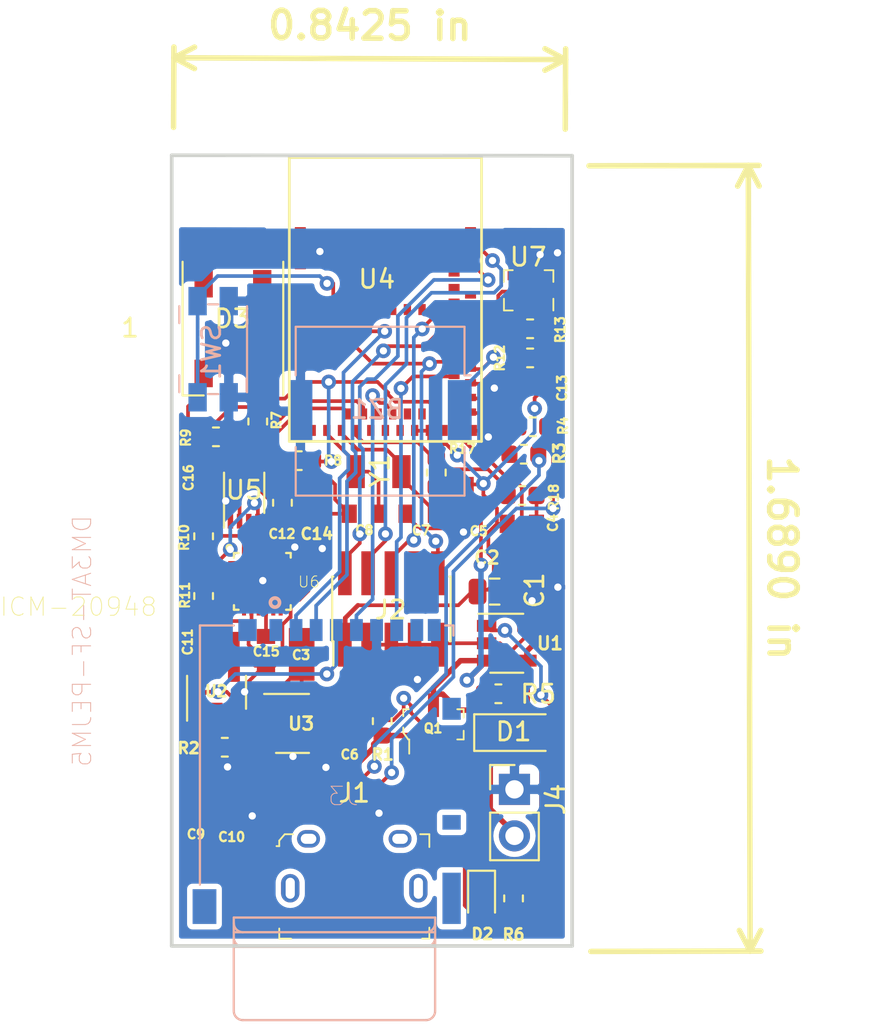
<source format=kicad_pcb>
(kicad_pcb (version 20171130) (host pcbnew 5.1.0)
  (layers (0 F.Cu signal) (31 B.Cu signal) (34 B.Paste user) (35 F.Paste user) (36 B.SilkS user) (37 F.SilkS user) (38 B.Mask user hide) (39 F.Mask user) (44 Edge.Cuts user))
  (net 0 "")
  (net 1 GND)
  (net 2 +3V3)
  (net 3 VBUS)
  (net 4 "Net-(C3-Pad1)")
  (net 5 "Net-(C7-Pad1)")
  (net 6 "Net-(C8-Pad1)")
  (net 7 +1V8)
  (net 8 "Net-(C12-Pad1)")
  (net 9 "Net-(C15-Pad2)")
  (net 10 USB_D+)
  (net 11 USB_D-)
  (net 12 RESET)
  (net 13 SWO)
  (net 14 SWCLK)
  (net 15 SWDIO)
  (net 16 SD_CS)
  (net 17 SD_MOSI)
  (net 18 SD_SCK)
  (net 19 SD_MISO)
  (net 20 "Net-(R2-Pad1)")
  (net 21 "Net-(R3-Pad2)")
  (net 22 "Net-(R4-Pad2)")
  (net 23 "Net-(R5-Pad1)")
  (net 24 "Net-(D2-Pad1)")
  (net 25 "Net-(R6-Pad1)")
  (net 26 SCL_MPU)
  (net 27 SDA_MPU)
  (net 28 "Net-(R10-Pad1)")
  (net 29 "Net-(R11-Pad1)")
  (net 30 BMP_SCL)
  (net 31 BMP_SDA)
  (net 32 +BATT)
  (net 33 BUZZER)
  (net 34 VDIV)
  (net 35 NEO_LED)
  (module LED_SMD:LED_WS2812B_PLCC4_5.0x5.0mm_P3.2mm (layer F.Cu) (at 139.72 95.84 270)
    (fp_text reference D3 (at -0.54 0.02) (layer F.SilkS))
    (fp_text value WS2812B)
    (fp_text user 1 (at -0.04 5.62) (layer F.SilkS))
    (pad 1 smd rect (at -2.45 -1.6 270) (size 1.5 1) (layers F.Cu F.Paste F.Mask) (net 2 +3V3))
    (pad 2 smd rect (at -2.45 1.6 270) (size 1.5 1) (layers F.Cu F.Paste F.Mask))
    (pad 4 smd rect (at 2.45 -1.6 270) (size 1.5 1) (layers F.Cu F.Paste F.Mask) (net 35 NEO_LED))
    (pad 3 smd rect (at 2.45 1.6 270) (size 1.5 1) (layers F.Cu F.Paste F.Mask) (net 1 GND))
  )
  (module extra:MDBT50Q-1M (layer F.Cu) (at 142.8 102)
    (fp_text reference U4 (at 4.77892 -8.8604) (layer F.SilkS))
    (fp_text value MDBT50Q-1M)
    (pad 29 smd rect (at 7.25 -1.5 90) (size 0.6 0.4) (layers F.Cu F.Paste F.Mask))
    (pad 27 smd rect (at 6.45 -1.5 90) (size 0.6 0.4) (layers F.Cu F.Paste F.Mask))
    (pad 25 smd rect (at 5.65 -1.5 90) (size 0.6 0.4) (layers F.Cu F.Paste F.Mask) (net 18 SD_SCK))
    (pad 23 smd rect (at 4.85 -1.5 90) (size 0.6 0.4) (layers F.Cu F.Paste F.Mask))
    (pad 21 smd rect (at 4.05 -1.5 90) (size 0.6 0.4) (layers F.Cu F.Paste F.Mask) (net 27 SDA_MPU))
    (pad 19 smd rect (at 3.25 -1.5 90) (size 0.6 0.4) (layers F.Cu F.Paste F.Mask) (net 26 SCL_MPU))
    (pad 33 smd rect (at 10.05 -0.6 90) (size 0.6 0.4) (layers F.Cu F.Paste F.Mask) (net 1 GND))
    (pad 32 smd rect (at 9.25 -0.6 90) (size 0.6 0.4) (layers F.Cu F.Paste F.Mask) (net 3 VBUS))
    (pad 31 smd rect (at 8.45 -0.6 90) (size 0.6 0.4) (layers F.Cu F.Paste F.Mask))
    (pad 30 smd rect (at 7.65 -0.6 90) (size 0.6 0.4) (layers F.Cu F.Paste F.Mask) (net 2 +3V3))
    (pad 28 smd rect (at 6.85 -0.6 90) (size 0.6 0.4) (layers F.Cu F.Paste F.Mask) (net 2 +3V3))
    (pad 26 smd rect (at 6.05 -0.6 90) (size 0.6 0.4) (layers F.Cu F.Paste F.Mask))
    (pad 24 smd rect (at 5.25 -0.6 90) (size 0.6 0.4) (layers F.Cu F.Paste F.Mask))
    (pad 22 smd rect (at 4.45 -0.6 90) (size 0.6 0.4) (layers F.Cu F.Paste F.Mask))
    (pad 20 smd rect (at 3.65 -0.6 90) (size 0.6 0.4) (layers F.Cu F.Paste F.Mask) (net 34 VDIV))
    (pad 18 smd rect (at 2.85 -0.6 90) (size 0.6 0.4) (layers F.Cu F.Paste F.Mask) (net 5 "Net-(C7-Pad1)"))
    (pad 17 smd rect (at 2.05 -0.6 90) (size 0.6 0.4) (layers F.Cu F.Paste F.Mask) (net 6 "Net-(C8-Pad1)"))
    (pad 16 smd rect (at 1.25 -0.6 90) (size 0.6 0.4) (layers F.Cu F.Paste F.Mask))
    (pad 15 smd rect (at 0.45 -0.6 90) (size 0.6 0.4) (layers F.Cu F.Paste F.Mask) (net 1 GND))
    (pad 61 smd rect (at 7.25 -7.2 90) (size 0.6 0.4) (layers F.Cu F.Paste F.Mask))
    (pad 60 smd rect (at 6.45 -7.2 90) (size 0.6 0.4) (layers F.Cu F.Paste F.Mask))
    (pad 59 smd rect (at 5.65 -7.2 90) (size 0.6 0.4) (layers F.Cu F.Paste F.Mask))
    (pad 58 smd rect (at 4.85 -7.2 90) (size 0.6 0.4) (layers F.Cu F.Paste F.Mask))
    (pad 57 smd rect (at 4.05 -7.2 90) (size 0.6 0.4) (layers F.Cu F.Paste F.Mask))
    (pad 56 smd rect (at 3.25 -7.2 90) (size 0.6 0.4) (layers F.Cu F.Paste F.Mask) (net 16 SD_CS))
    (pad 36 smd rect (at 9 -2.8) (size 0.6 0.4) (layers F.Cu F.Paste F.Mask))
    (pad 38 smd rect (at 9 -3.6) (size 0.6 0.4) (layers F.Cu F.Paste F.Mask) (net 19 SD_MISO))
    (pad 40 smd rect (at 9 -4.4) (size 0.6 0.4) (layers F.Cu F.Paste F.Mask) (net 12 RESET))
    (pad 42 smd rect (at 9 -5.2) (size 0.6 0.4) (layers F.Cu F.Paste F.Mask))
    (pad 43 smd rect (at 9 -6) (size 0.6 0.4) (layers F.Cu F.Paste F.Mask) (net 17 SD_MOSI))
    (pad 45 smd rect (at 9 -6.8) (size 0.6 0.4) (layers F.Cu F.Paste F.Mask))
    (pad 47 smd rect (at 9 -7.6) (size 0.6 0.4) (layers F.Cu F.Paste F.Mask) (net 13 SWO))
    (pad 49 smd rect (at 9 -8.4) (size 0.6 0.4) (layers F.Cu F.Paste F.Mask))
    (pad 50 smd rect (at 9 -9.2) (size 0.6 0.4) (layers F.Cu F.Paste F.Mask))
    (pad 52 smd rect (at 9 -10) (size 0.6 0.4) (layers F.Cu F.Paste F.Mask))
    (pad 54 smd rect (at 9 -10.8) (size 0.6 0.4) (layers F.Cu F.Paste F.Mask))
    (pad 34 smd rect (at 9.9 -1.6) (size 0.6 0.4) (layers F.Cu F.Paste F.Mask) (net 21 "Net-(R3-Pad2)"))
    (pad 35 smd rect (at 9.9 -2.4) (size 0.6 0.4) (layers F.Cu F.Paste F.Mask) (net 22 "Net-(R4-Pad2)"))
    (pad 37 smd rect (at 9.9 -3.2) (size 0.6 0.4) (layers F.Cu F.Paste F.Mask) (net 30 BMP_SCL))
    (pad 39 smd rect (at 9.9 -4) (size 0.6 0.4) (layers F.Cu F.Paste F.Mask) (net 33 BUZZER))
    (pad 41 smd rect (at 9.9 -4.8) (size 0.6 0.4) (layers F.Cu F.Paste F.Mask))
    (pad 44 smd rect (at 9.9 -6.4) (size 0.6 0.4) (layers F.Cu F.Paste F.Mask) (net 31 BMP_SDA))
    (pad 46 smd rect (at 9.9 -7.2) (size 0.6 0.4) (layers F.Cu F.Paste F.Mask))
    (pad 48 smd rect (at 9.9 -8) (size 0.6 0.4) (layers F.Cu F.Paste F.Mask))
    (pad 51 smd rect (at 9.9 -9.6) (size 0.6 0.4) (layers F.Cu F.Paste F.Mask) (net 15 SWDIO))
    (pad 53 smd rect (at 9.9 -10.4) (size 0.6 0.4) (layers F.Cu F.Paste F.Mask) (net 14 SWCLK))
    (pad 55 smd rect (at 9.9 -11.5) (size 0.6 0.4) (layers F.Cu F.Paste F.Mask) (net 1 GND))
    (pad 13 smd rect (at 1.5 -4.4) (size 0.6 0.4) (layers F.Cu F.Paste F.Mask))
    (pad 11 smd rect (at 1.5 -5.2) (size 0.6 0.4) (layers F.Cu F.Paste F.Mask))
    (pad 9 smd rect (at 1.5 -6) (size 0.6 0.4) (layers F.Cu F.Paste F.Mask))
    (pad 7 smd rect (at 1.5 -6.8) (size 0.6 0.4) (layers F.Cu F.Paste F.Mask))
    (pad 5 smd rect (at 1.5 -7.6) (size 0.6 0.4) (layers F.Cu F.Paste F.Mask))
    (pad 14 smd rect (at 0.6 -4) (size 0.6 0.4) (layers F.Cu F.Paste F.Mask))
    (pad 12 smd rect (at 0.6 -4.8) (size 0.6 0.4) (layers F.Cu F.Paste F.Mask))
    (pad 6 smd rect (at 0.6 -7.2) (size 0.6 0.4) (layers F.Cu F.Paste F.Mask))
    (pad 3 smd rect (at 0.6 -9.6) (size 0.6 0.4) (layers F.Cu F.Paste F.Mask))
    (pad 8 smd rect (at 0.6 -6.4) (size 0.6 0.4) (layers F.Cu F.Paste F.Mask) (net 35 NEO_LED))
    (pad 10 smd rect (at 0.6 -5.6) (size 0.6 0.4) (layers F.Cu F.Paste F.Mask))
    (pad 4 smd rect (at 0.6 -8) (size 0.6 0.4) (layers F.Cu F.Paste F.Mask))
    (pad 2 smd rect (at 0.6 -10.4) (size 0.6 0.4) (layers F.Cu F.Paste F.Mask) (net 1 GND))
    (pad 1 smd rect (at 0.6 -11.5) (size 0.6 0.4) (layers F.Cu F.Paste F.Mask) (net 1 GND))
  )
  (module Capacitor_SMD:C_0805_2012Metric (layer F.Cu) (at 154.02 110.2)
    (fp_text reference C1 (at 2.1803 -0.06466 90) (layer F.SilkS))
    (fp_text value 10uF)
    (pad 2 smd roundrect (at 0.9375 0) (size 0.975 1.4) (layers F.Cu F.Paste F.Mask) (net 1 GND))
    (pad 1 smd roundrect (at -0.9375 0) (size 0.975 1.4) (layers F.Cu F.Paste F.Mask) (net 2 +3V3))
  )
  (module Capacitor_SMD:C_0603_1608Metric (layer F.Cu) (at 142.425 105.35 270)
    (fp_text reference C12 (at 1.7 0.025) (layer F.SilkS) (effects (font (size 0.5 0.5) (thickness 0.125))))
    (fp_text value 100PF)
    (pad 2 smd roundrect (at 0.7875 0 270) (size 0.875 0.95) (layers F.Cu F.Paste F.Mask) (net 1 GND))
    (pad 1 smd roundrect (at -0.7875 0 270) (size 0.875 0.95) (layers F.Cu F.Paste F.Mask) (net 8 "Net-(C12-Pad1)"))
  )
  (module Resistor_SMD:R_0603_1608Metric (layer F.Cu) (at 138.7925 101.75 180)
    (fp_text reference R9 (at 1.6425 -0.05 270) (layer F.SilkS) (effects (font (size 0.5 0.5) (thickness 0.125))))
    (fp_text value 4.7K)
    (pad 2 smd roundrect (at 0.7875 0 180) (size 0.875 0.95) (layers F.Cu F.Paste F.Mask) (net 2 +3V3))
    (pad 1 smd roundrect (at -0.7875 0 180) (size 0.875 0.95) (layers F.Cu F.Paste F.Mask) (net 27 SDA_MPU))
  )
  (module Package_LGA:Bosch_LGA-8_2x2.5mm_P0.65mm_ClockwisePinNumbering (layer F.Cu) (at 155.875 93.75 180)
    (fp_text reference U7 (at 0.02568 1.81978 180) (layer F.SilkS))
    (fp_text value BMP280)
    (pad 8 smd rect (at -0.975 0.8 270) (size 0.5 0.35) (layers F.Cu F.Paste F.Mask) (net 2 +3V3))
    (pad 2 smd rect (at -0.325 -0.8 270) (size 0.5 0.35) (layers F.Cu F.Paste F.Mask) (net 2 +3V3))
    (pad 3 smd rect (at 0.325 -0.8 270) (size 0.5 0.35) (layers F.Cu F.Paste F.Mask) (net 31 BMP_SDA))
    (pad 4 smd rect (at 0.975 -0.8 270) (size 0.5 0.35) (layers F.Cu F.Paste F.Mask) (net 30 BMP_SCL))
    (pad 7 smd rect (at -0.325 0.8 270) (size 0.5 0.35) (layers F.Cu F.Paste F.Mask) (net 1 GND))
    (pad 6 smd rect (at 0.325 0.8 270) (size 0.5 0.35) (layers F.Cu F.Paste F.Mask) (net 2 +3V3))
    (pad 5 smd rect (at 0.975 0.8 270) (size 0.5 0.35) (layers F.Cu F.Paste F.Mask) (net 1 GND))
    (pad 1 smd rect (at -0.975 -0.8 270) (size 0.5 0.35) (layers F.Cu F.Paste F.Mask) (net 1 GND))
  )
  (module extra:ICM-20948 (layer F.Cu) (at 141.3263 109.6434)
    (fp_text reference U6 (at 2.54438 0.02872) (layer F.SilkS) (effects (font (size 0.6 0.6) (thickness 0.05))))
    (fp_text value ICM-20948 (at -10.04386 1.39016) (layer F.SilkS) (effects (font (size 1.00069 1.00069) (thickness 0.05))))
    (pad 1 smd rect (at -1.545 -1) (size 0.64 0.22) (layers F.Cu F.Paste F.Mask))
    (pad 2 smd rect (at -1.545 -0.6) (size 0.64 0.22) (layers F.Cu F.Paste F.Mask))
    (pad 3 smd rect (at -1.545 -0.2) (size 0.64 0.22) (layers F.Cu F.Paste F.Mask))
    (pad 4 smd rect (at -1.545 0.2) (size 0.64 0.22) (layers F.Cu F.Paste F.Mask))
    (pad 5 smd rect (at -1.545 0.6) (size 0.64 0.22) (layers F.Cu F.Paste F.Mask))
    (pad 6 smd rect (at -1.545 1) (size 0.64 0.22) (layers F.Cu F.Paste F.Mask))
    (pad 7 smd rect (at -1 1.545 90) (size 0.64 0.22) (layers F.Cu F.Paste F.Mask))
    (pad 8 smd rect (at -0.6 1.545 90) (size 0.64 0.22) (layers F.Cu F.Paste F.Mask) (net 7 +1V8))
    (pad 9 smd rect (at -0.2 1.545 90) (size 0.64 0.22) (layers F.Cu F.Paste F.Mask) (net 1 GND))
    (pad 10 smd rect (at 0.2 1.545 90) (size 0.64 0.22) (layers F.Cu F.Paste F.Mask) (net 9 "Net-(C15-Pad2)"))
    (pad 11 smd rect (at 0.6 1.545 90) (size 0.64 0.22) (layers F.Cu F.Paste F.Mask) (net 1 GND))
    (pad 12 smd rect (at 1 1.545 90) (size 0.64 0.22) (layers F.Cu F.Paste F.Mask))
    (pad 13 smd rect (at 1.545 1 180) (size 0.64 0.22) (layers F.Cu F.Paste F.Mask) (net 7 +1V8))
    (pad 14 smd rect (at 1.545 0.6 180) (size 0.64 0.22) (layers F.Cu F.Paste F.Mask))
    (pad 15 smd rect (at 1.545 0.2 180) (size 0.64 0.22) (layers F.Cu F.Paste F.Mask))
    (pad 16 smd rect (at 1.545 -0.2 180) (size 0.64 0.22) (layers F.Cu F.Paste F.Mask))
    (pad 17 smd rect (at 1.545 -0.6 180) (size 0.64 0.22) (layers F.Cu F.Paste F.Mask))
    (pad 18 smd rect (at 1.545 -1 180) (size 0.64 0.22) (layers F.Cu F.Paste F.Mask) (net 1 GND))
    (pad 19 smd rect (at 1 -1.545 270) (size 0.64 0.22) (layers F.Cu F.Paste F.Mask))
    (pad 20 smd rect (at 0.6 -1.545 270) (size 0.64 0.22) (layers F.Cu F.Paste F.Mask) (net 1 GND))
    (pad 21 smd rect (at 0.2 -1.545 270) (size 0.64 0.22) (layers F.Cu F.Paste F.Mask))
    (pad 22 smd rect (at -0.2 -1.545 270) (size 0.64 0.22) (layers F.Cu F.Paste F.Mask) (net 7 +1V8))
    (pad 23 smd rect (at -0.6 -1.545 270) (size 0.64 0.22) (layers F.Cu F.Paste F.Mask) (net 29 "Net-(R11-Pad1)"))
    (pad 24 smd rect (at -1 -1.545 270) (size 0.64 0.22) (layers F.Cu F.Paste F.Mask) (net 28 "Net-(R10-Pad1)"))
    (pad 25 smd rect (at 0 0 90) (size 1.54 1.7) (layers F.Cu F.Paste F.Mask) (net 1 GND))
  )
  (module Package_TO_SOT_SMD:SOT-23-5 (layer F.Cu) (at 142.97476 117.4)
    (fp_text reference U3 (at 0.47174 0.01348) (layer F.SilkS) (effects (font (size 0.7 0.7))))
    (fp_text value AP2112K-3.3)
    (pad 5 smd rect (at 1.1 -0.95) (size 1.06 0.65) (layers F.Cu F.Paste F.Mask) (net 2 +3V3))
    (pad 4 smd rect (at 1.1 0.95) (size 1.06 0.65) (layers F.Cu F.Paste F.Mask))
    (pad 3 smd rect (at -1.1 0.95) (size 1.06 0.65) (layers F.Cu F.Paste F.Mask) (net 20 "Net-(R2-Pad1)"))
    (pad 2 smd rect (at -1.1 0) (size 1.06 0.65) (layers F.Cu F.Paste F.Mask) (net 1 GND))
    (pad 1 smd rect (at -1.1 -0.95) (size 1.06 0.65) (layers F.Cu F.Paste F.Mask) (net 4 "Net-(C3-Pad1)"))
  )
  (module Package_TO_SOT_SMD:SOT-23-5 (layer F.Cu) (at 138.825 115.7 90)
    (fp_text reference U2 (at 0.05888 -0.01654 180) (layer F.SilkS) (effects (font (size 0.6 0.6))))
    (fp_text value TLV70218_SOT23-5)
    (pad 5 smd rect (at 1.1 -0.95 90) (size 1.06 0.65) (layers F.Cu F.Paste F.Mask) (net 7 +1V8))
    (pad 4 smd rect (at 1.1 0.95 90) (size 1.06 0.65) (layers F.Cu F.Paste F.Mask))
    (pad 3 smd rect (at -1.1 0.95 90) (size 1.06 0.65) (layers F.Cu F.Paste F.Mask) (net 2 +3V3))
    (pad 2 smd rect (at -1.1 0 90) (size 1.06 0.65) (layers F.Cu F.Paste F.Mask) (net 1 GND))
    (pad 1 smd rect (at -1.1 -0.95 90) (size 1.06 0.65) (layers F.Cu F.Paste F.Mask) (net 2 +3V3))
  )
  (module Package_TO_SOT_SMD:SOT-23-5 (layer F.Cu) (at 154.67908 113.0216)
    (fp_text reference U1 (at 2.35896 0.0084 180) (layer F.SilkS) (effects (font (size 0.7 0.7))))
    (fp_text value MCP73831-2-OT)
    (pad 5 smd rect (at 1.1 -0.95) (size 1.06 0.65) (layers F.Cu F.Paste F.Mask) (net 23 "Net-(R5-Pad1)"))
    (pad 4 smd rect (at 1.1 0.95) (size 1.06 0.65) (layers F.Cu F.Paste F.Mask) (net 3 VBUS))
    (pad 3 smd rect (at -1.1 0.95) (size 1.06 0.65) (layers F.Cu F.Paste F.Mask) (net 32 +BATT))
    (pad 2 smd rect (at -1.1 0) (size 1.06 0.65) (layers F.Cu F.Paste F.Mask) (net 1 GND))
    (pad 1 smd rect (at -1.1 -0.95) (size 1.06 0.65) (layers F.Cu F.Paste F.Mask) (net 25 "Net-(R6-Pad1)"))
  )
  (module Buttons_Switches_SMD:Panasonic_EVQPUJ_EVQPUA (layer B.Cu) (at 138.64 96.965 270)
    (fp_text reference SW1 (at 0.14316 0.09788 270) (layer B.SilkS) (effects (justify mirror)))
    (fp_text value SW_Push)
    (pad 1 smd rect (at 2.625 0.85 90) (size 1.55 1) (layers B.Cu B.Paste B.Mask) (net 12 RESET))
    (pad 1 smd rect (at -2.625 0.85 90) (size 1.55 1) (layers B.Cu B.Paste B.Mask) (net 12 RESET))
    (pad 2 smd rect (at -2.625 -0.85 90) (size 1.55 1) (layers B.Cu B.Paste B.Mask) (net 1 GND))
    (pad 2 smd rect (at 2.625 -0.85 90) (size 1.55 1) (layers B.Cu B.Paste B.Mask) (net 1 GND))
  )
  (module extra:HRS_DM3AT-SF-PEJM5 (layer B.Cu) (at 145.26584 112.30024 180)
    (fp_text reference J3 (at -0.48444 -9.07112 180) (layer B.SilkS) (effects (font (size 1.0021 1.0021) (thickness 0.05)) (justify mirror)))
    (fp_text value DM3AT-SF-PEJM5 (at 13.7802 -0.60022 90) (layer B.SilkS) (effects (font (size 1.0025 1.0025) (thickness 0.05)) (justify mirror)))
    (pad 1 smd rect (at 3.2 0 180) (size 0.7 1.2) (layers B.Cu B.Paste B.Mask))
    (pad 2 smd rect (at 2.1 0 180) (size 0.7 1.2) (layers B.Cu B.Paste B.Mask) (net 16 SD_CS))
    (pad 3 smd rect (at 1 0 180) (size 0.7 1.2) (layers B.Cu B.Paste B.Mask) (net 17 SD_MOSI))
    (pad 4 smd rect (at -0.1 0 180) (size 0.7 1.2) (layers B.Cu B.Paste B.Mask) (net 2 +3V3))
    (pad 5 smd rect (at -1.2 0 180) (size 0.7 1.2) (layers B.Cu B.Paste B.Mask) (net 18 SD_SCK))
    (pad 6 smd rect (at -2.3 0 180) (size 0.7 1.2) (layers B.Cu B.Paste B.Mask) (net 1 GND))
    (pad 7 smd rect (at -3.4 0 180) (size 0.7 1.2) (layers B.Cu B.Paste B.Mask) (net 19 SD_MISO))
    (pad 8 smd rect (at -4.5 0 180) (size 0.7 1.2) (layers B.Cu B.Paste B.Mask))
    (pad SWB smd rect (at -5.45 0 180) (size 0.7 1.2) (layers B.Cu B.Paste B.Mask))
    (pad P4 smd rect (at 4.75 0 180) (size 1 1.2) (layers B.Cu B.Paste B.Mask))
    (pad P1 smd rect (at -6.4 -4.3 180) (size 1 1.2) (layers B.Cu B.Paste B.Mask))
    (pad SWA smd rect (at -6.4 -10.5 180) (size 1 0.8) (layers B.Cu B.Paste B.Mask))
    (pad P2 smd rect (at -6.4 -14.65 180) (size 1 2.8) (layers B.Cu B.Paste B.Mask))
    (pad P3 smd rect (at 7.1 -15.1 180) (size 1.3 1.9) (layers B.Cu B.Paste B.Mask))
  )
  (module Connector_PinHeader_1.27mm:PinHeader_2x05_P1.27mm_Vertical_SMD (layer F.Cu) (at 148.375 111.15 90)
    (fp_text reference J2 (at -0.04612 -0.039 180) (layer F.SilkS))
    (fp_text value Conn_ARM_JTAG_SWD_10)
    (pad 10 smd rect (at 1.95 2.54 90) (size 2.4 0.74) (layers F.Cu F.Paste F.Mask) (net 12 RESET))
    (pad 9 smd rect (at -1.95 2.54 90) (size 2.4 0.74) (layers F.Cu F.Paste F.Mask) (net 1 GND))
    (pad 8 smd rect (at 1.95 1.27 90) (size 2.4 0.74) (layers F.Cu F.Paste F.Mask))
    (pad 7 smd rect (at -1.95 1.27 90) (size 2.4 0.74) (layers F.Cu F.Paste F.Mask) (net 1 GND))
    (pad 6 smd rect (at 1.95 0 90) (size 2.4 0.74) (layers F.Cu F.Paste F.Mask) (net 13 SWO))
    (pad 5 smd rect (at -1.95 0 90) (size 2.4 0.74) (layers F.Cu F.Paste F.Mask) (net 1 GND))
    (pad 4 smd rect (at 1.95 -1.27 90) (size 2.4 0.74) (layers F.Cu F.Paste F.Mask) (net 14 SWCLK))
    (pad 3 smd rect (at -1.95 -1.27 90) (size 2.4 0.74) (layers F.Cu F.Paste F.Mask) (net 1 GND))
    (pad 2 smd rect (at 1.95 -2.54 90) (size 2.4 0.74) (layers F.Cu F.Paste F.Mask) (net 15 SWDIO))
    (pad 1 smd rect (at -1.95 -2.54 90) (size 2.4 0.74) (layers F.Cu F.Paste F.Mask) (net 2 +3V3))
  )
  (module Capacitor_SMD:C_0603_1608Metric (layer F.Cu) (at 138.1386 104.0046 270)
    (fp_text reference C16 (at -0.02462 0.84398 90) (layer F.SilkS) (effects (font (size 0.5 0.5) (thickness 0.125))))
    (fp_text value .1uF)
    (pad 2 smd rect (at 0.8 0 270) (size 0.82 1) (layers F.Cu F.Paste F.Mask) (net 7 +1V8))
    (pad 1 smd rect (at -0.8 0 270) (size 0.82 1) (layers F.Cu F.Paste F.Mask) (net 1 GND))
  )
  (module Capacitor_SMD:C_0603_1608Metric (layer F.Cu) (at 141.525 113.45 90)
    (fp_text reference C15 (at -0.0245 0.0165 180) (layer F.SilkS) (effects (font (size 0.5 0.5) (thickness 0.125))))
    (fp_text value .1uF)
    (pad 2 smd rect (at 0.8 0 90) (size 0.82 1) (layers F.Cu F.Paste F.Mask) (net 9 "Net-(C15-Pad2)"))
    (pad 1 smd rect (at -0.8 0 90) (size 0.82 1) (layers F.Cu F.Paste F.Mask) (net 1 GND))
  )
  (module Capacitor_SMD:C_0603_1608Metric (layer F.Cu) (at 144.125 105.35 90)
    (fp_text reference C14 (at -1.7 0.175 180) (layer F.SilkS) (effects (font (size 0.6 0.6))))
    (fp_text value .1uF)
    (pad 2 smd rect (at 0.8 0 90) (size 0.82 1) (layers F.Cu F.Paste F.Mask) (net 7 +1V8))
    (pad 1 smd rect (at -0.8 0 90) (size 0.82 1) (layers F.Cu F.Paste F.Mask) (net 1 GND))
  )
  (module Capacitor_SMD:C_0603_1608Metric (layer F.Cu) (at 155.975 99.05)
    (fp_text reference C13 (at 1.725 0.04274 90) (layer F.SilkS) (effects (font (size 0.5 0.5) (thickness 0.125))))
    (fp_text value .1uF)
    (pad 2 smd rect (at 0.8 0) (size 0.82 1) (layers F.Cu F.Paste F.Mask) (net 2 +3V3))
    (pad 1 smd rect (at -0.8 0) (size 0.82 1) (layers F.Cu F.Paste F.Mask) (net 1 GND))
  )
  (module Capacitor_SMD:C_0603_1608Metric (layer F.Cu) (at 138.875 112.9)
    (fp_text reference C11 (at -1.625 0.05 270) (layer F.SilkS) (effects (font (size 0.5 0.5) (thickness 0.125))))
    (fp_text value 1uF)
    (pad 2 smd rect (at 0.8 0) (size 0.82 1) (layers F.Cu F.Paste F.Mask) (net 1 GND))
    (pad 1 smd rect (at -0.8 0) (size 0.82 1) (layers F.Cu F.Paste F.Mask) (net 7 +1V8))
  )
  (module Capacitor_SMD:C_0603_1608Metric (layer F.Cu) (at 139.575 121.775 270)
    (fp_text reference C10 (at 1.825 -0.075) (layer F.SilkS) (effects (font (size 0.5 0.5) (thickness 0.125))))
    (fp_text value 1uF)
    (pad 2 smd rect (at 0.8 0 270) (size 0.82 1) (layers F.Cu F.Paste F.Mask) (net 1 GND))
    (pad 1 smd rect (at -0.8 0 270) (size 0.82 1) (layers F.Cu F.Paste F.Mask) (net 2 +3V3))
  )
  (module Capacitor_SMD:C_0603_1608Metric (layer F.Cu) (at 137.775 121.75 270)
    (fp_text reference C9 (at 1.7 0.075) (layer F.SilkS) (effects (font (size 0.5 0.5) (thickness 0.125))))
    (fp_text value .1uF)
    (pad 2 smd rect (at 0.8 0 270) (size 0.82 1) (layers F.Cu F.Paste F.Mask) (net 1 GND))
    (pad 1 smd rect (at -0.8 0 270) (size 0.82 1) (layers F.Cu F.Paste F.Mask) (net 2 +3V3))
  )
  (module Capacitor_SMD:C_0603_1608Metric (layer F.Cu) (at 146.875 105.95 180)
    (fp_text reference C8 (at -0.025 -0.9 180) (layer F.SilkS) (effects (font (size 0.5 0.5) (thickness 0.125))))
    (fp_text value 12pF)
    (pad 2 smd rect (at 0.8 0 180) (size 0.82 1) (layers F.Cu F.Paste F.Mask) (net 1 GND))
    (pad 1 smd rect (at -0.8 0 180) (size 0.82 1) (layers F.Cu F.Paste F.Mask) (net 6 "Net-(C8-Pad1)"))
  )
  (module Capacitor_SMD:C_0603_1608Metric (layer F.Cu) (at 149.975 105.95 180)
    (fp_text reference C7 (at -0.025 -0.91542) (layer F.SilkS) (effects (font (size 0.5 0.5) (thickness 0.125))))
    (fp_text value 12pF)
    (pad 2 smd rect (at 0.8 0 180) (size 0.82 1) (layers F.Cu F.Paste F.Mask) (net 1 GND))
    (pad 1 smd rect (at -0.8 0 180) (size 0.82 1) (layers F.Cu F.Paste F.Mask) (net 5 "Net-(C7-Pad1)"))
  )
  (module Capacitor_SMD:C_0805_2012Metric (layer F.Cu) (at 146.1396 117.22332 270)
    (fp_text reference C6 (at 1.87668 0.0396) (layer F.SilkS) (effects (font (size 0.5 0.5) (thickness 0.125))))
    (fp_text value 10uF)
    (pad 2 smd rect (at 0.88 0 270) (size 1.12 1.4) (layers F.Cu F.Paste F.Mask) (net 1 GND))
    (pad 1 smd rect (at -0.88 0 270) (size 1.12 1.4) (layers F.Cu F.Paste F.Mask) (net 2 +3V3))
  )
  (module Capacitor_SMD:C_0603_1608Metric (layer F.Cu) (at 152.375 105.15 270)
    (fp_text reference C5 (at 1.75 -0.775) (layer F.SilkS) (effects (font (size 0.5 0.5) (thickness 0.125))))
    (fp_text value .1uF)
    (pad 2 smd rect (at 0.8 0 270) (size 0.82 1) (layers F.Cu F.Paste F.Mask) (net 1 GND))
    (pad 1 smd rect (at -0.8 0 270) (size 0.82 1) (layers F.Cu F.Paste F.Mask) (net 2 +3V3))
  )
  (module Capacitor_SMD:C_0603_1608Metric (layer F.Cu) (at 155.5025 106.5)
    (fp_text reference C4 (at 1.6975 -0.05 -270) (layer F.SilkS) (effects (font (size 0.5 0.5) (thickness 0.125))))
    (fp_text value .1uF)
    (pad 2 smd rect (at 0.8 0) (size 0.82 1) (layers F.Cu F.Paste F.Mask) (net 1 GND))
    (pad 1 smd rect (at -0.8 0) (size 0.82 1) (layers F.Cu F.Paste F.Mask) (net 2 +3V3))
  )
  (module Capacitor_SMD:C_0805_2012Metric (layer F.Cu) (at 143.475 113.63 90)
    (fp_text reference C3 (at -0.035 -0.0285 180) (layer F.SilkS) (effects (font (size 0.5 0.5) (thickness 0.125))))
    (fp_text value 10uF)
    (pad 2 smd rect (at 0.88 0 90) (size 1.12 1.4) (layers F.Cu F.Paste F.Mask) (net 1 GND))
    (pad 1 smd rect (at -0.88 0 90) (size 1.12 1.4) (layers F.Cu F.Paste F.Mask) (net 4 "Net-(C3-Pad1)"))
  )
  (module Capacitor_SMD:C_0805_2012Metric (layer F.Cu) (at 155.78 108.29)
    (fp_text reference C2 (at -2.18 0.06 180) (layer F.SilkS) (effects (font (size 0.7 0.7))))
    (fp_text value 10uF)
    (pad 2 smd rect (at 0.88 0) (size 1.12 1.4) (layers F.Cu F.Paste F.Mask) (net 1 GND))
    (pad 1 smd rect (at -0.88 0) (size 1.12 1.4) (layers F.Cu F.Paste F.Mask) (net 3 VBUS))
  )
  (module digikey-footprints:SOT-23-3 (layer F.Cu) (at 150.675 117.45 90)
    (fp_text reference Q1 (at -0.2186 -0.01998 180) (layer F.SilkS) (effects (font (size 0.5 0.5) (thickness 0.125))))
    (fp_text value Q_PMOS_GSD)
    (pad 3 smd rect (at 1.05 0 90) (size 1.3 0.6) (layers F.Cu F.Paste F.Mask) (net 32 +BATT))
    (pad 2 smd rect (at -1.05 0.95 90) (size 1.3 0.6) (layers F.Cu F.Paste F.Mask) (net 4 "Net-(C3-Pad1)"))
    (pad 1 smd rect (at -1.05 -0.95 90) (size 1.3 0.6) (layers F.Cu F.Paste F.Mask) (net 3 VBUS))
  )
  (module Package_SO:VSSOP-8_2.3x2mm_P0.5mm (layer F.Cu) (at 140.33316 104.80724 90)
    (fp_text reference U5 (at 0.14908 -0.00324 180) (layer F.SilkS))
    (fp_text value PCA9306)
    (pad 1 smd rect (at -1.55 -0.75) (size 0.3 0.8) (layers F.Cu F.Paste F.Mask) (net 1 GND))
    (pad 2 smd rect (at -1.55 -0.25) (size 0.3 0.8) (layers F.Cu F.Paste F.Mask) (net 7 +1V8))
    (pad 3 smd rect (at -1.55 0.25) (size 0.3 0.8) (layers F.Cu F.Paste F.Mask) (net 28 "Net-(R10-Pad1)"))
    (pad 4 smd rect (at -1.55 0.75) (size 0.3 0.8) (layers F.Cu F.Paste F.Mask) (net 29 "Net-(R11-Pad1)"))
    (pad 5 smd rect (at 1.55 0.75) (size 0.3 0.8) (layers F.Cu F.Paste F.Mask) (net 26 SCL_MPU))
    (pad 6 smd rect (at 1.55 0.25) (size 0.3 0.8) (layers F.Cu F.Paste F.Mask) (net 27 SDA_MPU))
    (pad 7 smd rect (at 1.55 -0.25) (size 0.3 0.8) (layers F.Cu F.Paste F.Mask) (net 8 "Net-(C12-Pad1)"))
    (pad 8 smd rect (at 1.55 -0.75) (size 0.3 0.8) (layers F.Cu F.Paste F.Mask) (net 8 "Net-(C12-Pad1)"))
  )
  (module Buzzer_Beeper:Buzzer_Murata_PKMCS0909E4000-R1 (layer B.Cu) (at 147.76 100.35 180)
    (fp_text reference BZ1 (at 0.16064 0.10746) (layer B.SilkS) (effects (justify mirror)))
    (fp_text value Buzzer)
    (pad 1 smd rect (at -4.35 0 180) (size 1.3 3.4) (layers B.Cu B.Paste B.Mask) (net 33 BUZZER))
    (pad 2 smd rect (at 4.35 0 180) (size 1.3 3.4) (layers B.Cu B.Paste B.Mask) (net 1 GND))
  )
  (module Connector_PinHeader_2.54mm:PinHeader_1x02_P2.54mm_Vertical (layer F.Cu) (at 155.1 121)
    (fp_text reference J4 (at 2.25 0.55 90) (layer F.SilkS))
    (fp_text value Conn_01x02)
    (pad 1 thru_hole rect (at 0 0) (size 1.7 1.7) (drill 1) (layers *.Cu *.Mask) (net 1 GND))
    (pad 2 thru_hole oval (at 0 2.54) (size 1.7 1.7) (drill 1) (layers *.Cu *.Mask) (net 32 +BATT))
  )
  (module Diode_SMD:D_0603_1608Metric (layer F.Cu) (at 153.3024 126.92894 270)
    (fp_text reference D2 (at 1.97106 -0.0476) (layer F.SilkS) (effects (font (size 0.6 0.6))))
    (fp_text value LED)
    (pad 1 smd roundrect (at -0.7875 0 270) (size 0.875 0.95) (layers F.Cu F.Paste F.Mask) (net 24 "Net-(D2-Pad1)"))
    (pad 2 smd roundrect (at 0.7875 0 270) (size 0.875 0.95) (layers F.Cu F.Paste F.Mask) (net 3 VBUS))
  )
  (module Resistor_SMD:R_0603_1608Metric (layer F.Cu) (at 147.875 117.275 90)
    (fp_text reference R1 (at -1.825 0.025 180) (layer F.SilkS) (effects (font (size 0.6 0.6))))
    (fp_text value 100K)
    (pad 1 smd roundrect (at -0.7875 0 90) (size 0.875 0.95) (layers F.Cu F.Paste F.Mask) (net 3 VBUS))
    (pad 2 smd roundrect (at 0.7875 0 90) (size 0.875 0.95) (layers F.Cu F.Paste F.Mask) (net 1 GND))
  )
  (module Resistor_SMD:R_0603_1608Metric (layer F.Cu) (at 139.275 118.7 180)
    (fp_text reference R2 (at 1.975 -0.05 180) (layer F.SilkS) (effects (font (size 0.6 0.6))))
    (fp_text value 100K)
    (pad 1 smd roundrect (at -0.7875 0 180) (size 0.875 0.95) (layers F.Cu F.Paste F.Mask) (net 20 "Net-(R2-Pad1)"))
    (pad 2 smd roundrect (at 0.7875 0 180) (size 0.875 0.95) (layers F.Cu F.Paste F.Mask) (net 4 "Net-(C3-Pad1)"))
  )
  (module Resistor_SMD:R_0603_1608Metric (layer F.Cu) (at 155.6125 102.7 180)
    (fp_text reference R3 (at -1.9375 0.05 270) (layer F.SilkS) (effects (font (size 0.6 0.6))))
    (fp_text value 22)
    (pad 2 smd roundrect (at 0.7875 0 180) (size 0.875 0.95) (layers F.Cu F.Paste F.Mask) (net 21 "Net-(R3-Pad2)"))
    (pad 1 smd roundrect (at -0.7875 0 180) (size 0.875 0.95) (layers F.Cu F.Paste F.Mask) (net 11 USB_D-))
  )
  (module Resistor_SMD:R_0603_1608Metric (layer F.Cu) (at 156.1 101.2 180)
    (fp_text reference R4 (at -1.65 0.05 270) (layer F.SilkS) (effects (font (size 0.5 0.5) (thickness 0.125))))
    (fp_text value 22)
    (pad 1 smd roundrect (at -0.7875 0 180) (size 0.875 0.95) (layers F.Cu F.Paste F.Mask) (net 10 USB_D+))
    (pad 2 smd roundrect (at 0.7875 0 180) (size 0.875 0.95) (layers F.Cu F.Paste F.Mask) (net 22 "Net-(R4-Pad2)"))
  )
  (module Resistor_SMD:R_0603_1608Metric (layer F.Cu) (at 154.22188 115.78004 180)
    (fp_text reference R5 (at -2.17812 -0.01996 180) (layer F.SilkS))
    (fp_text value 4.7K)
    (pad 2 smd roundrect (at 0.7875 0 180) (size 0.875 0.95) (layers F.Cu F.Paste F.Mask) (net 1 GND))
    (pad 1 smd roundrect (at -0.7875 0 180) (size 0.875 0.95) (layers F.Cu F.Paste F.Mask) (net 23 "Net-(R5-Pad1)"))
  )
  (module Resistor_SMD:R_0603_1608Metric (layer F.Cu) (at 155.04992 126.95444 90)
    (fp_text reference R6 (at -1.97056 0.00008 180) (layer F.SilkS) (effects (font (size 0.6 0.6))))
    (fp_text value 1K)
    (pad 1 smd roundrect (at -0.7875 0 90) (size 0.875 0.95) (layers F.Cu F.Paste F.Mask) (net 25 "Net-(R6-Pad1)"))
    (pad 2 smd roundrect (at 0.7875 0 90) (size 0.875 0.95) (layers F.Cu F.Paste F.Mask) (net 24 "Net-(D2-Pad1)"))
  )
  (module Resistor_SMD:R_0603_1608Metric (layer F.Cu) (at 141.075 100.9125 90)
    (fp_text reference R7 (at 0.0625 1.025 90) (layer F.SilkS) (effects (font (size 0.5 0.5) (thickness 0.125))))
    (fp_text value 4.7K)
    (pad 1 smd roundrect (at -0.7875 0 90) (size 0.875 0.95) (layers F.Cu F.Paste F.Mask) (net 26 SCL_MPU))
    (pad 2 smd roundrect (at 0.7875 0 90) (size 0.875 0.95) (layers F.Cu F.Paste F.Mask) (net 2 +3V3))
  )
  (module Resistor_SMD:R_0603_1608Metric (layer F.Cu) (at 143.3125 103.05)
    (fp_text reference R8 (at 1.875 0) (layer F.SilkS) (effects (font (size 0.5 0.5) (thickness 0.125))))
    (fp_text value 200k)
    (pad 2 smd roundrect (at 0.7875 0) (size 0.875 0.95) (layers F.Cu F.Paste F.Mask) (net 2 +3V3))
    (pad 1 smd roundrect (at -0.7875 0) (size 0.875 0.95) (layers F.Cu F.Paste F.Mask) (net 8 "Net-(C12-Pad1)"))
  )
  (module Resistor_SMD:R_0603_1608Metric (layer F.Cu) (at 138.1186 107.1796 270)
    (fp_text reference R10 (at 0.0704 1.0686 270) (layer F.SilkS) (effects (font (size 0.5 0.5) (thickness 0.125))))
    (fp_text value 4.7K)
    (pad 1 smd roundrect (at -0.7875 0 270) (size 0.875 0.95) (layers F.Cu F.Paste F.Mask) (net 28 "Net-(R10-Pad1)"))
    (pad 2 smd roundrect (at 0.7875 0 270) (size 0.875 0.95) (layers F.Cu F.Paste F.Mask) (net 7 +1V8))
  )
  (module Resistor_SMD:R_0603_1608Metric (layer F.Cu) (at 138.1186 110.4435 270)
    (fp_text reference R11 (at -0.0435 1.0186 270) (layer F.SilkS) (effects (font (size 0.5 0.5) (thickness 0.125))))
    (fp_text value 4.7K)
    (pad 2 smd roundrect (at 0.7875 0 270) (size 0.875 0.95) (layers F.Cu F.Paste F.Mask) (net 7 +1V8))
    (pad 1 smd roundrect (at -0.7875 0 270) (size 0.875 0.95) (layers F.Cu F.Paste F.Mask) (net 29 "Net-(R11-Pad1)"))
  )
  (module Resistor_SMD:R_0603_1608Metric (layer F.Cu) (at 155.955 97.44)
    (fp_text reference R12 (at -1.655 0.01 90) (layer F.SilkS) (effects (font (size 0.5 0.5) (thickness 0.125))))
    (fp_text value 4.7K)
    (pad 2 smd roundrect (at 0.7875 0) (size 0.875 0.95) (layers F.Cu F.Paste F.Mask) (net 2 +3V3))
    (pad 1 smd roundrect (at -0.7875 0) (size 0.875 0.95) (layers F.Cu F.Paste F.Mask) (net 30 BMP_SCL))
  )
  (module Resistor_SMD:R_0603_1608Metric (layer F.Cu) (at 155.955 95.85)
    (fp_text reference R13 (at 1.645 0.05 -90) (layer F.SilkS) (effects (font (size 0.5 0.5) (thickness 0.125))))
    (fp_text value 4.7K)
    (pad 1 smd roundrect (at -0.7875 0) (size 0.875 0.95) (layers F.Cu F.Paste F.Mask) (net 31 BMP_SDA))
    (pad 2 smd roundrect (at 0.7875 0) (size 0.875 0.95) (layers F.Cu F.Paste F.Mask) (net 2 +3V3))
  )
  (module "extra:FC-135 32.7680KA-AC3" (layer F.Cu) (at 147.675 103.65)
    (fp_text reference Y1 (at 0.075 -0.05 90) (layer F.SilkS))
    (fp_text value 32.768)
    (pad 1 smd rect (at 1.25 0) (size 1 1.8) (layers F.Cu F.Paste F.Mask) (net 5 "Net-(C7-Pad1)"))
    (pad 2 smd rect (at -1.25 0) (size 1 1.8) (layers F.Cu F.Paste F.Mask) (net 6 "Net-(C8-Pad1)"))
  )
  (module Resistor_SMD:R_0603_1608Metric (layer F.Cu) (at 150.83 103.7 90)
    (fp_text reference R17 (at 1.2975 1.42) (layer F.SilkS) (effects (font (size 0.5 0.5) (thickness 0.125))))
    (fp_text value 100K)
    (pad 1 smd roundrect (at -0.7875 0 90) (size 0.875 0.95) (layers F.Cu F.Paste F.Mask) (net 32 +BATT))
    (pad 2 smd roundrect (at 0.7875 0 90) (size 0.875 0.95) (layers F.Cu F.Paste F.Mask) (net 34 VDIV))
  )
  (module Resistor_SMD:R_0603_1608Metric (layer F.Cu) (at 155.5175 104.95)
    (fp_text reference R18 (at 1.7325 0.1 90) (layer F.SilkS) (effects (font (size 0.5 0.5) (thickness 0.125))))
    (fp_text value 100K)
    (pad 2 smd roundrect (at 0.7875 0) (size 0.875 0.95) (layers F.Cu F.Paste F.Mask) (net 1 GND))
    (pad 1 smd roundrect (at -0.7875 0) (size 0.875 0.95) (layers F.Cu F.Paste F.Mask) (net 34 VDIV))
  )
  (module digikey-footprints:USB_Micro_B_Female_10118194-0001LF (layer F.Cu) (at 146.35 123.7)
    (fp_text reference J1 (at 0 -2.5) (layer F.SilkS))
    (fp_text value USB_B_Mini)
    (pad 3 smd rect (at 0 0) (size 0.4 1.35) (layers F.Cu F.Paste F.Mask) (net 10 USB_D+))
    (pad 4 smd rect (at 0.65 0) (size 0.4 1.35) (layers F.Cu F.Paste F.Mask))
    (pad 5 smd rect (at 1.3 0) (size 0.4 1.35) (layers F.Cu F.Paste F.Mask) (net 1 GND))
    (pad 2 smd rect (at -0.65 0) (size 0.4 1.35) (layers F.Cu F.Paste F.Mask) (net 11 USB_D-))
    (pad 1 smd rect (at -1.3 0) (size 0.4 1.35) (layers F.Cu F.Paste F.Mask) (net 3 VBUS))
    (pad SH thru_hole oval (at 2.5 0) (size 1.25 0.95) (drill oval 0.85 0.55) (layers *.Cu *.Mask))
    (pad SH thru_hole oval (at -2.5 0) (size 1.25 0.95) (drill oval 0.85 0.55) (layers *.Cu *.Mask))
    (pad SH thru_hole oval (at -3.5 2.7) (size 1 1.55) (drill oval 0.5 1.15) (layers *.Cu *.Mask))
    (pad SH thru_hole oval (at 3.5 2.7) (size 1 1.55) (drill oval 0.5 1.15) (layers *.Cu *.Mask))
  )
  (module Diode_SMD:D_SOD-123 (layer F.Cu) (at 155.15 117.9)
    (fp_text reference D1 (at -0.1 -0.05) (layer F.SilkS))
    (fp_text value D_Schottky)
    (pad 1 smd rect (at -1.65 0) (size 0.9 1.2) (layers F.Cu F.Paste F.Mask) (net 4 "Net-(C3-Pad1)"))
    (pad 2 smd rect (at 1.65 0) (size 0.9 1.2) (layers F.Cu F.Paste F.Mask) (net 3 VBUS))
  )
  (gr_line (start 136.375 86.375) (end 158.25 86.4) (layer Edge.Cuts) (width 0.2))
  (gr_line (start 136.375 129.55) (end 136.375 86.375) (layer Edge.Cuts) (width 0.2))
  (gr_line (start 158.25 129.55) (end 136.375 129.55) (layer Edge.Cuts) (width 0.2))
  (gr_line (start 158.25 86.4) (end 158.25 129.55) (layer Edge.Cuts) (width 0.2))
  (dimension 42.900117 (width 0.3) (layer F.SilkS) (gr_text "1.6890 in" (at 170.024247 108.374827 270.1335564) (layer F.SilkS) (effects (font (size 1.5 1.5) (thickness 0.3)))) (feature1 (pts (xy 159.275 129.85) (xy 168.560673 129.828355))) (feature2 (pts (xy 159.175 86.95) (xy 168.460673 86.928355))) (crossbar (pts (xy 167.874253 86.929722) (xy 167.974253 129.829722))) (arrow1a (pts (xy 167.974253 129.829722) (xy 167.385208 128.704588))) (arrow1b (pts (xy 167.974253 129.829722) (xy 168.558046 128.701854))) (arrow2a (pts (xy 167.874253 86.929722) (xy 167.29046 88.05759))) (arrow2b (pts (xy 167.874253 86.929722) (xy 168.463298 88.054856))))
  (dimension 21.400234 (width 0.3) (layer F.SilkS) (gr_text "0.8425 in" (at 147.202567 79.000573 359.7322647) (layer F.SilkS) (effects (font (size 1.5 1.5) (thickness 0.3)))) (feature1 (pts (xy 157.875 84.95) (xy 157.895495 80.564136))) (feature2 (pts (xy 136.475 84.85) (xy 136.495495 80.464136))) (crossbar (pts (xy 136.492754 81.05055) (xy 157.892754 81.15055))) (arrow1a (pts (xy 157.892754 81.15055) (xy 156.763522 81.7317))) (arrow1b (pts (xy 157.892754 81.15055) (xy 156.769003 80.558872))) (arrow2a (pts (xy 136.492754 81.05055) (xy 137.616505 81.642228))) (arrow2b (pts (xy 136.492754 81.05055) (xy 137.621986 80.4694))))
  (segment (start 141.1263 109.8434) (end 141.775 109.9) (width 0.2) (layer F.Cu) (net 1))
  (segment (start 141.775 109.9) (end 141.3263 109.6434) (width 0.2) (layer F.Cu) (net 1))
  (via (at 141.351 109.601) (size 0.8) (drill 0.4) (layers F.Cu B.Cu) (net 1))
  (segment (start 141.1263 111.1884) (end 141.1263 109.8434) (width 0.2) (layer F.Cu) (net 1))
  (segment (start 140.925 109.3) (end 141.3263 109.6434) (width 0.2) (layer F.Cu) (net 1))
  (segment (start 141.9263 109.0434) (end 141.3263 109.6434) (width 0.2) (layer F.Cu) (net 1))
  (segment (start 141.9263 108.0984) (end 141.9263 109.0434) (width 0.2) (layer F.Cu) (net 1))
  (segment (start 141.9263 111.1884) (end 141.9263 110.2434) (width 0.2) (layer F.Cu) (net 1))
  (segment (start 141.9263 110.2434) (end 140.925 109.3) (width 0.2) (layer F.Cu) (net 1))
  (segment (start 143.39 90.553) (end 143.39 91.653) (width 0.2) (layer F.Cu) (net 1))
  (segment (start 142.425 106.15) (end 144.125 106.15) (width 0.2) (layer F.Cu) (net 1))
  (segment (start 137.775 122.45) (end 137.625 122.45) (width 0.2) (layer F.Cu) (net 1))
  (segment (start 147.875 115.6625) (end 147.875 115.76792) (width 0.2) (layer F.Cu) (net 1))
  (segment (start 147.105 114.8925) (end 147.875 115.6625) (width 0.2) (layer F.Cu) (net 1))
  (segment (start 147.105 113.1) (end 147.105 114.8925) (width 0.2) (layer F.Cu) (net 1))
  (segment (start 148.375 113.1) (end 147.105 113.1) (width 0.2) (layer F.Cu) (net 1))
  (segment (start 150.915 113.1) (end 149.645 113.1) (width 0.2) (layer F.Cu) (net 1))
  (segment (start 148.375 113.1) (end 149.645 113.1) (width 0.2) (layer F.Cu) (net 1))
  (segment (start 152.365 105.95) (end 152.375 105.95) (width 0.2) (layer F.Cu) (net 1))
  (segment (start 146.211002 105.95) (end 146.075 105.95) (width 0.2) (layer F.Cu) (net 1))
  (segment (start 140.935 114.25) (end 141.525 114.25) (width 0.2) (layer F.Cu) (net 1))
  (segment (start 139.675 112.9) (end 139.675 112.99) (width 0.2) (layer F.Cu) (net 1))
  (segment (start 139.675 112.99) (end 140.935 114.25) (width 0.2) (layer F.Cu) (net 1))
  (segment (start 142.825008 113.399992) (end 143.475 112.75) (width 0.2) (layer F.Cu) (net 1))
  (segment (start 141.525 114.25) (end 141.990698 114.25) (width 0.2) (layer F.Cu) (net 1))
  (segment (start 141.990698 114.25) (end 142.825008 113.41569) (width 0.2) (layer F.Cu) (net 1))
  (segment (start 142.825008 113.41569) (end 142.825008 113.399992) (width 0.2) (layer F.Cu) (net 1))
  (segment (start 154.409081 113.121601) (end 154.30908 113.0216) (width 0.2) (layer F.Cu) (net 1))
  (segment (start 154.30908 113.0216) (end 153.57908 113.0216) (width 0.2) (layer F.Cu) (net 1))
  (segment (start 154.409081 114.805339) (end 154.409081 113.121601) (width 0.2) (layer F.Cu) (net 1))
  (segment (start 153.43438 115.78004) (end 154.409081 114.805339) (width 0.2) (layer F.Cu) (net 1))
  (segment (start 150.9934 113.0216) (end 150.915 113.1) (width 0.2) (layer F.Cu) (net 1))
  (segment (start 153.57908 113.0216) (end 150.9934 113.0216) (width 0.2) (layer F.Cu) (net 1))
  (segment (start 144.325 105.95) (end 144.125 106.15) (width 0.2) (layer F.Cu) (net 1))
  (segment (start 146.075 105.95) (end 144.325 105.95) (width 0.2) (layer F.Cu) (net 1))
  (segment (start 156.2 92.95) (end 156.2 92.5) (width 0.2) (layer F.Cu) (net 1))
  (via (at 139.425 119.775002) (size 0.8) (drill 0.4) (layers F.Cu B.Cu) (net 1))
  (segment (start 138.353862 119.775002) (end 139.425 119.775002) (width 0.2) (layer F.Cu) (net 1))
  (segment (start 138.825 117.15386) (end 137.715417 118.263443) (width 0.2) (layer F.Cu) (net 1))
  (segment (start 138.825 116.8) (end 138.825 117.15386) (width 0.2) (layer F.Cu) (net 1))
  (segment (start 137.715417 119.136557) (end 138.353862 119.775002) (width 0.2) (layer F.Cu) (net 1))
  (segment (start 137.715417 118.263443) (end 137.715417 119.136557) (width 0.2) (layer F.Cu) (net 1))
  (segment (start 139.55 122.55) (end 139.575 122.575) (width 0.2) (layer F.Cu) (net 1))
  (segment (start 137.775 122.55) (end 139.55 122.55) (width 0.2) (layer F.Cu) (net 1))
  (segment (start 156.2 92.5) (end 156.100001 92.400001) (width 0.2) (layer F.Cu) (net 1))
  (segment (start 156.100001 92.199999) (end 156.5 91.8) (width 0.2) (layer F.Cu) (net 1))
  (segment (start 156.100001 92.400001) (end 156.100001 92.199999) (width 0.2) (layer F.Cu) (net 1))
  (via (at 156.5 91.8) (size 0.8) (drill 0.4) (layers F.Cu B.Cu) (net 1))
  (segment (start 139.58316 105.50818) (end 139.32499 105.25001) (width 0.2) (layer F.Cu) (net 1))
  (via (at 139.32499 105.25001) (size 0.8) (drill 0.4) (layers F.Cu B.Cu) (net 1))
  (segment (start 139.58316 106.35724) (end 139.58316 105.50818) (width 0.2) (layer F.Cu) (net 1))
  (via (at 144.47 91.63) (size 0.8) (drill 0.4) (layers F.Cu B.Cu) (net 1))
  (segment (start 143.39 91.653) (end 144.447 91.653) (width 0.2) (layer F.Cu) (net 1))
  (segment (start 144.447 91.653) (end 144.47 91.63) (width 0.2) (layer F.Cu) (net 1))
  (segment (start 143.1 108.4147) (end 142.8713 108.6434) (width 0.2) (layer F.Cu) (net 1))
  (segment (start 143.1 107.77) (end 143.1 108.4147) (width 0.2) (layer F.Cu) (net 1))
  (via (at 143.1 107.77) (size 0.8) (drill 0.4) (layers F.Cu B.Cu) (net 1))
  (segment (start 154.9 92.3) (end 154.9 92.95) (width 0.2) (layer F.Cu) (net 1))
  (segment (start 154.900001 92.299999) (end 154.9 92.3) (width 0.2) (layer F.Cu) (net 1))
  (segment (start 154.96 92.24) (end 154.900001 92.299999) (width 0.2) (layer F.Cu) (net 1))
  (segment (start 156.2 92.5) (end 155.94 92.24) (width 0.2) (layer F.Cu) (net 1))
  (segment (start 154.900001 91.990001) (end 153.76 90.85) (width 0.2) (layer F.Cu) (net 1))
  (segment (start 154.900001 92.299999) (end 154.900001 91.990001) (width 0.2) (layer F.Cu) (net 1))
  (segment (start 153.76 90.85) (end 152.987 90.85) (width 0.2) (layer F.Cu) (net 1))
  (segment (start 155.11 92.24) (end 154.96 92.24) (width 0.2) (layer F.Cu) (net 1))
  (segment (start 154.900001 92.030001) (end 155.11 92.24) (width 0.2) (layer F.Cu) (net 1))
  (segment (start 154.900001 91.990001) (end 154.900001 92.030001) (width 0.2) (layer F.Cu) (net 1))
  (segment (start 155.15 92.24) (end 154.900001 91.990001) (width 0.2) (layer F.Cu) (net 1))
  (segment (start 155.35 92.24) (end 155.15 92.24) (width 0.2) (layer F.Cu) (net 1))
  (segment (start 155.35 92.24) (end 155.11 92.24) (width 0.2) (layer F.Cu) (net 1))
  (segment (start 155.94 92.24) (end 155.35 92.24) (width 0.2) (layer F.Cu) (net 1))
  (via (at 152.31215 106.950011) (size 0.8) (drill 0.4) (layers F.Cu B.Cu) (net 1))
  (segment (start 152.375 105.95) (end 152.375 106.887161) (width 0.2) (layer F.Cu) (net 1))
  (segment (start 152.375 106.887161) (end 152.31215 106.950011) (width 0.2) (layer F.Cu) (net 1))
  (segment (start 156.505 106.7025) (end 156.3025 106.5) (width 0.2) (layer F.Cu) (net 1))
  (segment (start 156.525 108.35) (end 156.505 108.33) (width 0.2) (layer F.Cu) (net 1))
  (segment (start 156.505 108.33) (end 156.505 106.7025) (width 0.2) (layer F.Cu) (net 1))
  (segment (start 156.305 106.4975) (end 156.3025 106.5) (width 0.2) (layer F.Cu) (net 1))
  (segment (start 156.305 104.95) (end 156.305 106.4975) (width 0.2) (layer F.Cu) (net 1))
  (segment (start 157.45 93.5) (end 157.45 91.7) (width 0.2) (layer F.Cu) (net 1))
  (segment (start 156.85 94.1) (end 157.45 93.5) (width 0.2) (layer F.Cu) (net 1))
  (via (at 157.45 91.7) (size 0.8) (drill 0.4) (layers F.Cu B.Cu) (net 1))
  (segment (start 156.85 94.55) (end 156.85 94.1) (width 0.2) (layer F.Cu) (net 1))
  (segment (start 156.05879 110.59879) (end 156.05879 110.702647) (width 0.2) (layer F.Cu) (net 1))
  (segment (start 156.66 108.43) (end 157.470864 109.240864) (width 0.2) (layer F.Cu) (net 1))
  (segment (start 157.470864 109.240864) (end 157.470864 109.959234) (width 0.2) (layer F.Cu) (net 1))
  (via (at 157.470864 109.959234) (size 0.8) (drill 0.4) (layers F.Cu B.Cu) (net 1))
  (segment (start 154.9 110.2) (end 155.66 110.2) (width 0.2) (layer F.Cu) (net 1))
  (via (at 156.05879 110.702647) (size 0.8) (drill 0.4) (layers F.Cu B.Cu) (net 1))
  (segment (start 155.66 110.2) (end 156.05879 110.59879) (width 0.2) (layer F.Cu) (net 1))
  (segment (start 156.66 108.29) (end 156.66 108.43) (width 0.2) (layer F.Cu) (net 1))
  (segment (start 152.285 105.95) (end 152.375 105.95) (width 0.2) (layer F.Cu) (net 1))
  (segment (start 149.175 105.95) (end 149.175 106.04) (width 0.2) (layer F.Cu) (net 1))
  (segment (start 149.785 106.65) (end 149.875 106.65) (width 0.2) (layer F.Cu) (net 1))
  (segment (start 151.484999 106.750001) (end 152.285 105.95) (width 0.2) (layer F.Cu) (net 1))
  (segment (start 149.875 106.65) (end 149.975001 106.750001) (width 0.2) (layer F.Cu) (net 1))
  (segment (start 149.975001 106.750001) (end 151.484999 106.750001) (width 0.2) (layer F.Cu) (net 1))
  (segment (start 149.175 106.04) (end 149.785 106.65) (width 0.2) (layer F.Cu) (net 1))
  (segment (start 152.84 101.418) (end 153.331896 101.418) (width 0.2) (layer F.Cu) (net 1))
  (via (at 153.67044 101.756544) (size 0.8) (drill 0.4) (layers F.Cu B.Cu) (net 1))
  (segment (start 153.331896 101.418) (end 153.67044 101.756544) (width 0.2) (layer F.Cu) (net 1))
  (segment (start 155.013825 99.088825) (end 154.00114 99.088825) (width 0.2) (layer F.Cu) (net 1))
  (via (at 154.00114 99.088825) (size 0.8) (drill 0.4) (layers F.Cu B.Cu) (net 1))
  (segment (start 153.67044 99.419525) (end 154.00114 99.088825) (width 0.2) (layer B.Cu) (net 1))
  (segment (start 153.67044 101.756544) (end 153.67044 99.419525) (width 0.2) (layer B.Cu) (net 1))
  (segment (start 155.025 99.1) (end 155.013825 99.088825) (width 0.2) (layer F.Cu) (net 1))
  (segment (start 144.6 107.334315) (end 144.6 107.85) (width 0.2) (layer F.Cu) (net 1))
  (via (at 144.6 107.85) (size 0.8) (drill 0.4) (layers F.Cu B.Cu) (net 1))
  (segment (start 144.125 106.15) (end 144.125 106.859315) (width 0.2) (layer F.Cu) (net 1))
  (segment (start 144.125 106.859315) (end 144.6 107.334315) (width 0.2) (layer F.Cu) (net 1))
  (via (at 140.357967 115.671726) (size 0.8) (drill 0.4) (layers F.Cu B.Cu) (net 1))
  (segment (start 140.357967 115.327033) (end 140.357967 115.671726) (width 0.2) (layer F.Cu) (net 1))
  (segment (start 141.435 114.25) (end 140.357967 115.327033) (width 0.2) (layer F.Cu) (net 1))
  (segment (start 141.525 114.25) (end 141.435 114.25) (width 0.2) (layer F.Cu) (net 1))
  (segment (start 152.987 90.85) (end 152.81701 90.68001) (width 0.2) (layer F.Cu) (net 1))
  (via (at 147.7 122.3) (size 0.8) (drill 0.4) (layers F.Cu B.Cu) (net 1))
  (segment (start 147.65 123.7) (end 147.65 122.35) (width 0.2) (layer F.Cu) (net 1))
  (segment (start 147.65 122.35) (end 147.7 122.3) (width 0.2) (layer F.Cu) (net 1))
  (via (at 140.775 122.45) (size 0.8) (drill 0.4) (layers F.Cu B.Cu) (net 1))
  (segment (start 140.65 122.575) (end 140.775 122.45) (width 0.2) (layer F.Cu) (net 1))
  (segment (start 139.575 122.575) (end 140.65 122.575) (width 0.2) (layer F.Cu) (net 1))
  (segment (start 138.1386 103.2046) (end 138.0486 103.2046) (width 0.2) (layer F.Cu) (net 1))
  (segment (start 138.12 99.24) (end 138.12 98.29) (width 0.2) (layer F.Cu) (net 1))
  (segment (start 137.26749 103.03349) (end 137.26749 100.09251) (width 0.2) (layer F.Cu) (net 1))
  (segment (start 137.4386 103.2046) (end 137.26749 103.03349) (width 0.2) (layer F.Cu) (net 1))
  (segment (start 137.26749 100.09251) (end 138.12 99.24) (width 0.2) (layer F.Cu) (net 1))
  (segment (start 138.1386 103.2046) (end 137.4386 103.2046) (width 0.2) (layer F.Cu) (net 1))
  (segment (start 139.62 99.505) (end 139.62 98.53) (width 0.2) (layer B.Cu) (net 1))
  (via (at 139.33 96.63) (size 0.8) (drill 0.4) (layers F.Cu B.Cu) (net 1))
  (segment (start 138.12 98.29) (end 138.12 98.04) (width 0.2) (layer F.Cu) (net 1))
  (segment (start 139.33 96.83) (end 139.33 96.63) (width 0.2) (layer F.Cu) (net 1))
  (segment (start 138.12 98.04) (end 139.33 96.83) (width 0.2) (layer F.Cu) (net 1))
  (segment (start 145.3 105.175) (end 146.075 105.95) (width 0.2) (layer F.Cu) (net 1))
  (segment (start 145.3 104.35) (end 145.3 105.175) (width 0.2) (layer F.Cu) (net 1))
  (segment (start 143.24 101.453) (end 143.3 101.513) (width 0.2) (layer F.Cu) (net 1))
  (segment (start 143.489999 103.839999) (end 144.789999 103.839999) (width 0.2) (layer F.Cu) (net 1))
  (segment (start 143.3 101.513) (end 143.3 103.65) (width 0.2) (layer F.Cu) (net 1))
  (segment (start 143.24 101.212998) (end 143.24 101.453) (width 0.2) (layer F.Cu) (net 1))
  (segment (start 143.3 103.65) (end 143.489999 103.839999) (width 0.2) (layer F.Cu) (net 1))
  (segment (start 144.789999 103.839999) (end 145.3 104.35) (width 0.2) (layer F.Cu) (net 1))
  (segment (start 138.1386 102.0636) (end 138.025 101.95) (width 0.2) (layer F.Cu) (net 2))
  (segment (start 145.85512 111.64224) (end 145.85512 112.47224) (width 0.25) (layer F.Cu) (net 2))
  (segment (start 146.550121 110.947239) (end 145.85512 111.64224) (width 0.25) (layer F.Cu) (net 2))
  (segment (start 137.725 120.8) (end 137.775 120.85) (width 0.2) (layer F.Cu) (net 2))
  (segment (start 137.775 120.85) (end 137.865 120.85) (width 0.2) (layer F.Cu) (net 2))
  (segment (start 149.64 101.418) (end 150.44 101.418) (width 0.2) (layer F.Cu) (net 2))
  (segment (start 156.85 92.95) (end 156.85 93.325) (width 0.2) (layer F.Cu) (net 2))
  (segment (start 156.85 93.325) (end 156.2 93.975) (width 0.2) (layer F.Cu) (net 2))
  (segment (start 156.2 93.975) (end 156.2 94.55) (width 0.2) (layer F.Cu) (net 2))
  (segment (start 155.55 93.325) (end 156.2 93.975) (width 0.2) (layer F.Cu) (net 2))
  (segment (start 155.55 92.95) (end 155.55 93.325) (width 0.2) (layer F.Cu) (net 2))
  (segment (start 139.875 116.7) (end 139.775 116.8) (width 0.2) (layer F.Cu) (net 2))
  (segment (start 145.835 111.7) (end 145.835 113.1) (width 0.2) (layer F.Cu) (net 2))
  (segment (start 137.775 119.9) (end 137.775 120.85) (width 0.2) (layer F.Cu) (net 2))
  (segment (start 137.875 117.53) (end 137.275 118.13) (width 0.2) (layer F.Cu) (net 2))
  (segment (start 137.875 116.8) (end 137.875 117.53) (width 0.2) (layer F.Cu) (net 2))
  (segment (start 137.275 118.13) (end 137.275 119.4) (width 0.2) (layer F.Cu) (net 2))
  (segment (start 137.275 119.4) (end 137.775 119.9) (width 0.2) (layer F.Cu) (net 2))
  (segment (start 152.885 110.1) (end 153.645 110.1) (width 0.2) (layer F.Cu) (net 2))
  (segment (start 146.550121 110.947239) (end 152.037761 110.947239) (width 0.2) (layer F.Cu) (net 2))
  (segment (start 152.037761 110.947239) (end 152.885 110.1) (width 0.2) (layer F.Cu) (net 2))
  (segment (start 139.55 120.95) (end 139.575 120.975) (width 0.2) (layer F.Cu) (net 2))
  (segment (start 137.775 120.95) (end 139.55 120.95) (width 0.2) (layer F.Cu) (net 2))
  (segment (start 139.575 120.975) (end 139.575 120.725) (width 0.2) (layer F.Cu) (net 2))
  (segment (start 145.835 113.1) (end 145.835 115.43872) (width 0.2) (layer F.Cu) (net 2))
  (via (at 138.9 115.669984) (size 0.8) (drill 0.4) (layers F.Cu B.Cu) (net 2))
  (segment (start 137.875 116.07) (end 138.275016 115.669984) (width 0.2) (layer F.Cu) (net 2))
  (segment (start 138.275016 115.669984) (end 138.9 115.669984) (width 0.2) (layer F.Cu) (net 2))
  (segment (start 137.875 116.8) (end 137.875 116.07) (width 0.2) (layer F.Cu) (net 2))
  (segment (start 139.775 116.07) (end 139.374984 115.669984) (width 0.2) (layer F.Cu) (net 2))
  (segment (start 139.775 116.8) (end 139.775 116.07) (width 0.2) (layer F.Cu) (net 2))
  (segment (start 139.374984 115.669984) (end 138.9 115.669984) (width 0.2) (layer F.Cu) (net 2))
  (segment (start 145.36584 114.18416) (end 144.85 114.7) (width 0.2) (layer B.Cu) (net 2))
  (segment (start 145.36584 112.30024) (end 145.36584 114.18416) (width 0.2) (layer B.Cu) (net 2))
  (via (at 144.85 114.7) (size 0.8) (drill 0.4) (layers F.Cu B.Cu) (net 2))
  (segment (start 145.835 113.715) (end 144.85 114.7) (width 0.2) (layer F.Cu) (net 2))
  (segment (start 145.835 113.1) (end 145.835 113.715) (width 0.2) (layer F.Cu) (net 2))
  (segment (start 138.005 101.75) (end 138.265702 101.75) (width 0.2) (layer F.Cu) (net 2))
  (segment (start 152.79 104.35) (end 152.375 104.35) (width 0.2) (layer F.Cu) (net 2))
  (segment (start 153.970002 108.413998) (end 153.675002 108.118998) (width 0.2) (layer F.Cu) (net 2))
  (segment (start 153.645 110.1) (end 153.970002 109.774998) (width 0.2) (layer F.Cu) (net 2))
  (segment (start 153.970002 109.774998) (end 153.970002 108.413998) (width 0.2) (layer F.Cu) (net 2))
  (segment (start 154.7525 106.41) (end 154.7525 106.5) (width 0.2) (layer F.Cu) (net 2))
  (segment (start 152.375 104.35) (end 152.790702 104.35) (width 0.2) (layer F.Cu) (net 2))
  (segment (start 153.675002 106.967498) (end 153.675002 108.118998) (width 0.2) (layer F.Cu) (net 2))
  (segment (start 154.1425 106.5) (end 153.675002 106.967498) (width 0.2) (layer F.Cu) (net 2))
  (segment (start 150.44 101.418) (end 150.44 101.177998) (width 0.2) (layer F.Cu) (net 2))
  (segment (start 154.1425 106.5) (end 154.7525 106.5) (width 0.2) (layer F.Cu) (net 2))
  (segment (start 150.44 101.918) (end 150.672 102.15) (width 0.2) (layer F.Cu) (net 2))
  (segment (start 150.44 101.418) (end 150.44 101.918) (width 0.2) (layer F.Cu) (net 2))
  (segment (start 156.5925 95.653502) (end 156.5925 95.9) (width 0.2) (layer F.Cu) (net 2))
  (segment (start 156.625 97.5225) (end 156.5925 97.49) (width 0.2) (layer F.Cu) (net 2))
  (segment (start 156.775 99.05) (end 156.775 97.4725) (width 0.2) (layer F.Cu) (net 2))
  (segment (start 156.7425 95.85) (end 156.7425 97.44) (width 0.2) (layer F.Cu) (net 2))
  (segment (start 156.2 95.5075) (end 156.5925 95.9) (width 0.2) (layer F.Cu) (net 2))
  (segment (start 156.2 94.55) (end 156.2 95.5075) (width 0.2) (layer F.Cu) (net 2))
  (via (at 151.974559 102.74999) (size 0.8) (drill 0.4) (layers F.Cu B.Cu) (net 2))
  (segment (start 151.374569 102.15) (end 151.974559 102.74999) (width 0.2) (layer F.Cu) (net 2))
  (segment (start 150.672 102.15) (end 151.374569 102.15) (width 0.2) (layer F.Cu) (net 2))
  (via (at 144.95 98.752951) (size 0.8) (drill 0.4) (layers F.Cu B.Cu) (net 2))
  (via (at 156.200014 100.2) (size 0.8) (drill 0.4) (layers F.Cu B.Cu) (net 2))
  (segment (start 156.200014 99.624986) (end 156.200014 100.2) (width 0.2) (layer F.Cu) (net 2))
  (segment (start 156.475 99.35) (end 156.200014 99.624986) (width 0.2) (layer F.Cu) (net 2))
  (segment (start 139.299999 115.269985) (end 139.299999 115.250001) (width 0.2) (layer B.Cu) (net 2))
  (segment (start 138.9 115.669984) (end 139.299999 115.269985) (width 0.2) (layer B.Cu) (net 2))
  (segment (start 139.85 114.7) (end 144.85 114.7) (width 0.2) (layer B.Cu) (net 2))
  (segment (start 139.299999 115.250001) (end 139.85 114.7) (width 0.2) (layer B.Cu) (net 2))
  (segment (start 144.95 98.752951) (end 147.618651 98.752951) (width 0.2) (layer F.Cu) (net 2))
  (segment (start 150.6 100.009998) (end 150.6 101.258) (width 0.2) (layer F.Cu) (net 2))
  (segment (start 148.198875 99.333175) (end 148.198875 99.440488) (width 0.2) (layer F.Cu) (net 2))
  (segment (start 150.6 101.258) (end 150.44 101.418) (width 0.2) (layer F.Cu) (net 2))
  (segment (start 148.198875 99.440488) (end 148.592876 99.834489) (width 0.2) (layer F.Cu) (net 2))
  (segment (start 150.424491 99.834489) (end 150.6 100.009998) (width 0.2) (layer F.Cu) (net 2))
  (segment (start 148.592876 99.834489) (end 150.424491 99.834489) (width 0.2) (layer F.Cu) (net 2))
  (segment (start 147.618651 98.752951) (end 148.198875 99.333175) (width 0.2) (layer F.Cu) (net 2))
  (segment (start 144.95 98.752951) (end 144.947049 98.75) (width 0.2) (layer F.Cu) (net 2))
  (via (at 153.399998 104.3) (size 0.8) (drill 0.4) (layers F.Cu B.Cu) (net 2))
  (segment (start 153.349998 104.35) (end 153.399998 104.3) (width 0.2) (layer F.Cu) (net 2))
  (segment (start 152.375 104.35) (end 153.349998 104.35) (width 0.2) (layer F.Cu) (net 2))
  (segment (start 153.399998 104.915683) (end 153.399998 104.3) (width 0.2) (layer F.Cu) (net 2))
  (segment (start 156.200014 101.499984) (end 153.399998 104.3) (width 0.2) (layer B.Cu) (net 2))
  (segment (start 154.1425 105.658185) (end 153.399998 104.915683) (width 0.2) (layer F.Cu) (net 2))
  (segment (start 151.974559 102.74999) (end 153.399998 104.175429) (width 0.2) (layer B.Cu) (net 2))
  (segment (start 154.1425 106.5) (end 154.1425 105.658185) (width 0.2) (layer F.Cu) (net 2))
  (segment (start 156.200014 100.2) (end 156.200014 101.499984) (width 0.2) (layer B.Cu) (net 2))
  (segment (start 153.399998 104.175429) (end 153.399998 104.3) (width 0.2) (layer B.Cu) (net 2))
  (segment (start 140.519999 99.569999) (end 140.613388 99.663388) (width 0.2) (layer F.Cu) (net 2))
  (segment (start 140.519999 95.140001) (end 140.519999 99.569999) (width 0.2) (layer F.Cu) (net 2))
  (segment (start 141.32 94.34) (end 140.519999 95.140001) (width 0.2) (layer F.Cu) (net 2))
  (segment (start 140.613388 99.663388) (end 141.075 100.125) (width 0.2) (layer F.Cu) (net 2))
  (segment (start 141.32 93.39) (end 141.32 94.34) (width 0.2) (layer F.Cu) (net 2))
  (segment (start 139.63 100.125) (end 141.075 100.125) (width 0.2) (layer F.Cu) (net 2))
  (segment (start 138.005 101.75) (end 139.63 100.125) (width 0.2) (layer F.Cu) (net 2))
  (segment (start 141.536612 99.663388) (end 142.556612 99.663388) (width 0.2) (layer F.Cu) (net 2))
  (segment (start 141.075 100.125) (end 141.536612 99.663388) (width 0.2) (layer F.Cu) (net 2))
  (segment (start 143.467049 98.752951) (end 144.95 98.752951) (width 0.2) (layer F.Cu) (net 2))
  (segment (start 142.556612 99.663388) (end 143.467049 98.752951) (width 0.2) (layer F.Cu) (net 2))
  (via (at 145.1 103.1) (size 0.8) (drill 0.4) (layers F.Cu B.Cu) (net 2))
  (segment (start 143.9875 103.1) (end 144.534315 103.1) (width 0.2) (layer F.Cu) (net 2))
  (segment (start 144.95 98.752951) (end 144.95 102.95) (width 0.2) (layer B.Cu) (net 2))
  (segment (start 144.95 102.95) (end 145.1 103.1) (width 0.2) (layer B.Cu) (net 2))
  (segment (start 144.534315 103.1) (end 145.1 103.1) (width 0.2) (layer F.Cu) (net 2))
  (segment (start 143.9375 103.05) (end 143.9875 103.1) (width 0.2) (layer F.Cu) (net 2))
  (segment (start 145.995 115.43872) (end 146.1396 115.58332) (width 0.2) (layer F.Cu) (net 2))
  (segment (start 146.1396 115.58332) (end 146.1396 116.34332) (width 0.2) (layer F.Cu) (net 2))
  (segment (start 145.835 115.43872) (end 145.995 115.43872) (width 0.2) (layer F.Cu) (net 2))
  (segment (start 144.18144 116.34332) (end 144.07476 116.45) (width 0.2) (layer F.Cu) (net 2))
  (segment (start 146.1396 116.34332) (end 144.18144 116.34332) (width 0.2) (layer F.Cu) (net 2))
  (segment (start 154.745 108.05) (end 154.995 108.3) (width 0.3) (layer F.Cu) (net 3))
  (segment (start 152.7274 127.61644) (end 153.3024 127.61644) (width 0.3) (layer F.Cu) (net 3))
  (segment (start 152.433201 127.322241) (end 152.7274 127.61644) (width 0.3) (layer F.Cu) (net 3))
  (segment (start 152.433201 124.875) (end 152.433201 127.322241) (width 0.3) (layer F.Cu) (net 3))
  (segment (start 156.850002 112.375678) (end 155.77908 113.4466) (width 0.3) (layer F.Cu) (net 3))
  (segment (start 156.850002 110.380002) (end 156.850002 112.375678) (width 0.3) (layer F.Cu) (net 3))
  (segment (start 155.77908 113.4466) (end 155.77908 113.9716) (width 0.3) (layer F.Cu) (net 3))
  (segment (start 154.9 108.29) (end 154.9 108.43) (width 0.3) (layer F.Cu) (net 3))
  (segment (start 154.9 108.43) (end 156.850002 110.380002) (width 0.3) (layer F.Cu) (net 3))
  (segment (start 155.16363 104.17499) (end 155.5 104.51136) (width 0.2) (layer F.Cu) (net 3))
  (segment (start 155.5 107.69) (end 154.9 108.29) (width 0.2) (layer F.Cu) (net 3))
  (segment (start 153.481998 103.1) (end 153.8 103.1) (width 0.2) (layer F.Cu) (net 3))
  (segment (start 153.8 103.1) (end 154.87499 104.17499) (width 0.2) (layer F.Cu) (net 3))
  (segment (start 152.04 101.418) (end 152.04 101.658002) (width 0.2) (layer F.Cu) (net 3))
  (segment (start 155.5 104.51136) (end 155.5 107.69) (width 0.2) (layer F.Cu) (net 3))
  (segment (start 154.87499 104.17499) (end 155.16363 104.17499) (width 0.2) (layer F.Cu) (net 3))
  (segment (start 152.04 101.658002) (end 153.481998 103.1) (width 0.2) (layer F.Cu) (net 3))
  (segment (start 152.408201 124.9) (end 152.433201 124.875) (width 0.3) (layer F.Cu) (net 3))
  (segment (start 145.275 124.9) (end 152.408201 124.9) (width 0.3) (layer F.Cu) (net 3))
  (segment (start 145.05 124.675) (end 145.275 124.9) (width 0.3) (layer F.Cu) (net 3))
  (segment (start 145.05 123.7) (end 145.05 124.675) (width 0.3) (layer F.Cu) (net 3))
  (segment (start 145.05 121.082922) (end 147.413388 118.719534) (width 0.3) (layer F.Cu) (net 3))
  (segment (start 145.05 123.7) (end 145.05 121.082922) (width 0.3) (layer F.Cu) (net 3))
  (segment (start 147.413388 118.524112) (end 147.875 118.0625) (width 0.3) (layer F.Cu) (net 3))
  (segment (start 147.413388 118.719534) (end 147.413388 118.524112) (width 0.3) (layer F.Cu) (net 3))
  (segment (start 149.2875 118.0625) (end 149.725 118.5) (width 0.3) (layer F.Cu) (net 3))
  (segment (start 147.875 118.0625) (end 149.2875 118.0625) (width 0.3) (layer F.Cu) (net 3))
  (segment (start 143.475 114.51) (end 143.11428 114.51) (width 0.2) (layer F.Cu) (net 4))
  (segment (start 149.247717 116.022717) (end 149.047696 116.022717) (width 0.2) (layer F.Cu) (net 4))
  (via (at 149.047696 116.022717) (size 0.8) (drill 0.4) (layers F.Cu B.Cu) (net 4))
  (segment (start 140.25 117.75) (end 140.65 117.35) (width 0.2) (layer F.Cu) (net 4))
  (segment (start 139.4375 117.75) (end 140.25 117.75) (width 0.2) (layer F.Cu) (net 4))
  (segment (start 138.4875 118.7) (end 139.4375 117.75) (width 0.2) (layer F.Cu) (net 4))
  (segment (start 153.14996 117.9) (end 153.29888 117.75108) (width 0.2) (layer F.Cu) (net 4))
  (segment (start 152.225 117.9) (end 151.625 118.5) (width 0.2) (layer F.Cu) (net 4))
  (segment (start 153.5 117.9) (end 152.225 117.9) (width 0.2) (layer F.Cu) (net 4))
  (segment (start 149.447695 116.822695) (end 149.447695 116.422716) (width 0.2) (layer F.Cu) (net 4))
  (segment (start 149.447695 116.422716) (end 149.047696 116.022717) (width 0.2) (layer F.Cu) (net 4))
  (segment (start 151.125 118.5) (end 149.447695 116.822695) (width 0.2) (layer F.Cu) (net 4))
  (segment (start 151.625 118.5) (end 151.125 118.5) (width 0.2) (layer F.Cu) (net 4))
  (segment (start 150.875 105.95) (end 151.075 105.95) (width 0.2) (layer F.Cu) (net 5))
  (segment (start 148.925 103.65) (end 148.925 104) (width 0.2) (layer F.Cu) (net 5))
  (segment (start 148.925 104) (end 150.875 105.95) (width 0.2) (layer F.Cu) (net 5))
  (segment (start 148.925 103.25) (end 148.925 103.65) (width 0.2) (layer F.Cu) (net 5))
  (segment (start 148.124999 102.449999) (end 148.925 103.25) (width 0.2) (layer F.Cu) (net 5))
  (segment (start 145.64 101.553) (end 146.536999 102.449999) (width 0.2) (layer F.Cu) (net 5))
  (segment (start 146.536999 102.449999) (end 148.124999 102.449999) (width 0.2) (layer F.Cu) (net 5))
  (segment (start 145.64 101.453) (end 145.64 101.553) (width 0.2) (layer F.Cu) (net 5))
  (segment (start 147.125 103.65) (end 146.425 103.65) (width 0.2) (layer F.Cu) (net 6))
  (segment (start 147.675 104.2) (end 147.125 103.65) (width 0.2) (layer F.Cu) (net 6))
  (segment (start 147.675 105.95) (end 147.675 104.2) (width 0.2) (layer F.Cu) (net 6))
  (segment (start 146.425 103.164008) (end 146.425 103.65) (width 0.2) (layer F.Cu) (net 6))
  (segment (start 144.878 101.617008) (end 146.425 103.164008) (width 0.2) (layer F.Cu) (net 6))
  (segment (start 144.878 101.453) (end 144.878 101.617008) (width 0.2) (layer F.Cu) (net 6))
  (segment (start 137.975 114.76) (end 137.975 114.85) (width 0.2) (layer F.Cu) (net 7))
  (segment (start 142.8713 110.6434) (end 142.8713 111.6037) (width 0.2) (layer F.Cu) (net 7))
  (segment (start 140.575 113.1) (end 140.575 111.972602) (width 0.2) (layer F.Cu) (net 7))
  (segment (start 140.575 111.972602) (end 140.736301 111.811301) (width 0.2) (layer F.Cu) (net 7))
  (segment (start 140.975 113.5) (end 140.575 113.1) (width 0.2) (layer F.Cu) (net 7))
  (segment (start 142.175 113.5) (end 140.975 113.5) (width 0.2) (layer F.Cu) (net 7))
  (segment (start 142.425 113.25) (end 142.175 113.5) (width 0.2) (layer F.Cu) (net 7))
  (segment (start 142.425 112) (end 142.425 113.25) (width 0.2) (layer F.Cu) (net 7))
  (segment (start 142.8213 111.6037) (end 142.425 112) (width 0.2) (layer F.Cu) (net 7))
  (segment (start 142.8713 111.6037) (end 142.8213 111.6037) (width 0.2) (layer F.Cu) (net 7))
  (segment (start 140.736301 111.811301) (end 140.736301 111.1884) (width 0.2) (layer F.Cu) (net 7))
  (segment (start 138.658201 111.750601) (end 138.175 112.233802) (width 0.2) (layer F.Cu) (net 7))
  (segment (start 137.875 113.2) (end 138.175 112.9) (width 0.2) (layer F.Cu) (net 7))
  (segment (start 137.875 114.6) (end 137.875 113.2) (width 0.2) (layer F.Cu) (net 7))
  (segment (start 138.175 112.233802) (end 138.175 112.9) (width 0.2) (layer F.Cu) (net 7))
  (segment (start 138.0486 104.8046) (end 138.1386 104.8046) (width 0.2) (layer F.Cu) (net 7))
  (segment (start 138.164 107.9671) (end 137.275 107.0781) (width 0.2) (layer F.Cu) (net 7))
  (segment (start 137.275 105.5782) (end 138.0486 104.8046) (width 0.2) (layer F.Cu) (net 7))
  (segment (start 140.736301 111.811301) (end 138.718901 111.811301) (width 0.2) (layer F.Cu) (net 7))
  (segment (start 138.718901 111.811301) (end 137.3 110.3924) (width 0.2) (layer F.Cu) (net 7))
  (segment (start 137.3 110.3924) (end 137.3 108.8311) (width 0.2) (layer F.Cu) (net 7))
  (segment (start 137.3 108.8311) (end 138.164 107.9671) (width 0.2) (layer F.Cu) (net 7))
  (segment (start 137.275 107.0781) (end 137.275 105.5782) (width 0.2) (layer F.Cu) (net 7))
  (segment (start 141.875 105.35) (end 143.124008 105.35) (width 0.2) (layer F.Cu) (net 7))
  (segment (start 140.925 104.4) (end 141.875 105.35) (width 0.2) (layer F.Cu) (net 7))
  (segment (start 140.425 104.4) (end 140.925 104.4) (width 0.2) (layer F.Cu) (net 7))
  (segment (start 143.924008 104.55) (end 144.125 104.55) (width 0.2) (layer F.Cu) (net 7))
  (segment (start 143.124008 105.35) (end 143.924008 104.55) (width 0.2) (layer F.Cu) (net 7))
  (segment (start 140.08316 106.35724) (end 140.08316 104.74184) (width 0.2) (layer F.Cu) (net 7))
  (segment (start 140.08316 104.74184) (end 140.425 104.4) (width 0.2) (layer F.Cu) (net 7))
  (segment (start 140.275 104.55) (end 140.425 104.4) (width 0.2) (layer F.Cu) (net 7))
  (segment (start 138.1386 104.8046) (end 138.3932 104.55) (width 0.2) (layer F.Cu) (net 7))
  (segment (start 138.3932 104.55) (end 140.275 104.55) (width 0.2) (layer F.Cu) (net 7))
  (segment (start 143.346599 110.653401) (end 142.8713 110.653401) (width 0.2) (layer F.Cu) (net 7))
  (segment (start 143.84 110.16) (end 143.346599 110.653401) (width 0.2) (layer F.Cu) (net 7))
  (segment (start 143.84 107.34) (end 143.84 110.16) (width 0.2) (layer F.Cu) (net 7))
  (segment (start 143.54 107.04) (end 143.84 107.34) (width 0.2) (layer F.Cu) (net 7))
  (segment (start 141.65 107.04) (end 143.54 107.04) (width 0.2) (layer F.Cu) (net 7))
  (segment (start 141.1263 108.0984) (end 141.1263 107.5637) (width 0.2) (layer F.Cu) (net 7))
  (segment (start 141.1263 107.5637) (end 141.65 107.04) (width 0.2) (layer F.Cu) (net 7))
  (segment (start 139.58316 103.25724) (end 140.08316 103.25724) (width 0.2) (layer F.Cu) (net 8))
  (segment (start 140.075 103.2654) (end 140.08316 103.25724) (width 0.2) (layer F.Cu) (net 8))
  (segment (start 142.425 104.55) (end 142.425 103.5) (width 0.2) (layer F.Cu) (net 8))
  (segment (start 141.825 104.55) (end 142.425 104.55) (width 0.2) (layer F.Cu) (net 8))
  (segment (start 140.08316 103.85724) (end 140.225909 103.999989) (width 0.2) (layer F.Cu) (net 8))
  (segment (start 140.08316 103.25724) (end 140.08316 103.85724) (width 0.2) (layer F.Cu) (net 8))
  (segment (start 140.225909 103.999989) (end 141.274989 103.999989) (width 0.2) (layer F.Cu) (net 8))
  (segment (start 141.274989 103.999989) (end 141.825 104.55) (width 0.2) (layer F.Cu) (net 8))
  (segment (start 141.525 111.199701) (end 141.536301 111.1884) (width 0.2) (layer F.Cu) (net 9))
  (segment (start 141.525 112.65) (end 141.525 111.199701) (width 0.2) (layer F.Cu) (net 9))
  (segment (start 156.8875 101.2) (end 156.8875 101.775) (width 0.2) (layer F.Cu) (net 10))
  (segment (start 157.207349 102.094849) (end 157.207349 105.66068) (width 0.2) (layer F.Cu) (net 10))
  (segment (start 156.8875 101.775) (end 157.207349 102.094849) (width 0.2) (layer F.Cu) (net 10))
  (via (at 157.207349 105.66068) (size 0.8) (drill 0.4) (layers F.Cu B.Cu) (net 10))
  (segment (start 148.38904 119.516084) (end 148.38904 120.081769) (width 0.2) (layer B.Cu) (net 10))
  (segment (start 157.207349 105.66068) (end 155.205408 105.66068) (width 0.2) (layer B.Cu) (net 10))
  (segment (start 155.205408 105.66068) (end 151.765852 109.100236) (width 0.2) (layer B.Cu) (net 10))
  (segment (start 146.35 123.7) (end 146.35 122.120809) (width 0.2) (layer F.Cu) (net 10))
  (segment (start 148.38904 118.23704) (end 148.38904 119.516084) (width 0.2) (layer B.Cu) (net 10))
  (segment (start 151.765852 109.100236) (end 151.765852 114.860228) (width 0.2) (layer B.Cu) (net 10))
  (via (at 148.38904 120.081769) (size 0.8) (drill 0.4) (layers F.Cu B.Cu) (net 10))
  (segment (start 151.765852 114.860228) (end 148.38904 118.23704) (width 0.2) (layer B.Cu) (net 10))
  (segment (start 147.989041 120.481768) (end 148.38904 120.081769) (width 0.2) (layer F.Cu) (net 10))
  (segment (start 146.35 122.120809) (end 147.989041 120.481768) (width 0.2) (layer F.Cu) (net 10))
  (segment (start 156.36346 103.05096) (end 156.43751 103.05096) (width 0.2) (layer F.Cu) (net 11))
  (segment (start 156.3625 103.05) (end 156.36346 103.05096) (width 0.2) (layer F.Cu) (net 11))
  (via (at 156.43751 103.05096) (size 0.8) (drill 0.4) (layers F.Cu B.Cu) (net 11))
  (segment (start 145.7 123.7) (end 145.7 121.493598) (width 0.2) (layer F.Cu) (net 11))
  (via (at 147.446799 119.746799) (size 0.8) (drill 0.4) (layers F.Cu B.Cu) (net 11))
  (segment (start 147.446799 118.613581) (end 147.446799 119.181114) (width 0.2) (layer B.Cu) (net 11))
  (segment (start 147.446799 119.181114) (end 147.446799 119.746799) (width 0.2) (layer B.Cu) (net 11))
  (segment (start 151.365841 114.694539) (end 147.446799 118.613581) (width 0.2) (layer B.Cu) (net 11))
  (segment (start 147.0468 120.146798) (end 147.446799 119.746799) (width 0.2) (layer F.Cu) (net 11))
  (segment (start 151.365841 108.91846) (end 151.365841 114.694539) (width 0.2) (layer B.Cu) (net 11))
  (segment (start 156.43751 103.846791) (end 151.365841 108.91846) (width 0.2) (layer B.Cu) (net 11))
  (segment (start 145.7 121.493598) (end 147.0468 120.146798) (width 0.2) (layer F.Cu) (net 11))
  (segment (start 156.43751 103.05096) (end 156.43751 103.846791) (width 0.2) (layer B.Cu) (net 11))
  (segment (start 150.93512 108.57224) (end 150.93512 108.348489) (width 0.2) (layer F.Cu) (net 12))
  (via (at 150.460034 97.75299) (size 0.8) (drill 0.4) (layers F.Cu B.Cu) (net 12))
  (segment (start 150.020013 98.193011) (end 150.020013 106.670046) (width 0.2) (layer B.Cu) (net 12))
  (segment (start 150.020013 106.670046) (end 150.8 107.450033) (width 0.2) (layer B.Cu) (net 12))
  (segment (start 150.460034 97.75299) (end 150.020013 98.193011) (width 0.2) (layer B.Cu) (net 12))
  (segment (start 150.915 109.2) (end 150.915 107.565033) (width 0.2) (layer F.Cu) (net 12))
  (via (at 150.8 107.450033) (size 0.8) (drill 0.4) (layers F.Cu B.Cu) (net 12))
  (segment (start 150.915 107.565033) (end 150.8 107.450033) (width 0.2) (layer F.Cu) (net 12))
  (segment (start 150.560024 97.653) (end 150.460034 97.75299) (width 0.2) (layer F.Cu) (net 12))
  (segment (start 151.68 97.653) (end 150.560024 97.653) (width 0.2) (layer F.Cu) (net 12))
  (via (at 144.86 93.37) (size 0.8) (drill 0.4) (layers F.Cu B.Cu) (net 12))
  (segment (start 145.2 95.6) (end 145.2 93.37) (width 0.2) (layer F.Cu) (net 12))
  (segment (start 150.460034 97.75299) (end 147.35299 97.75299) (width 0.2) (layer F.Cu) (net 12))
  (segment (start 145.2 93.37) (end 144.86 93.37) (width 0.2) (layer F.Cu) (net 12))
  (segment (start 147.35299 97.75299) (end 145.2 95.6) (width 0.2) (layer F.Cu) (net 12))
  (segment (start 138.884999 92.970001) (end 137.79 94.065) (width 0.2) (layer B.Cu) (net 12))
  (segment (start 144.460001 92.970001) (end 138.884999 92.970001) (width 0.2) (layer B.Cu) (net 12))
  (segment (start 137.79 94.065) (end 137.79 94.34) (width 0.2) (layer B.Cu) (net 12))
  (segment (start 144.86 93.37) (end 144.460001 92.970001) (width 0.2) (layer B.Cu) (net 12))
  (segment (start 137.79 95.315) (end 137.79 99.59) (width 0.2) (layer B.Cu) (net 12))
  (segment (start 137.79 94.34) (end 137.79 95.315) (width 0.2) (layer B.Cu) (net 12))
  (segment (start 148.39512 108.57224) (end 148.346024 108.523144) (width 0.2) (layer F.Cu) (net 13))
  (segment (start 151.437 94.453) (end 151.68 94.453) (width 0.2) (layer F.Cu) (net 13))
  (segment (start 150.06 95.83) (end 151.437 94.453) (width 0.2) (layer F.Cu) (net 13))
  (segment (start 150.06 95.86) (end 150.06 95.83) (width 0.2) (layer F.Cu) (net 13))
  (via (at 150.06 95.86) (size 0.8) (drill 0.4) (layers F.Cu B.Cu) (net 13))
  (segment (start 148.375 109.2) (end 148.375 108.37) (width 0.2) (layer F.Cu) (net 13))
  (segment (start 149.357144 107.387856) (end 149.598887 107.387856) (width 0.2) (layer F.Cu) (net 13))
  (via (at 149.598887 107.387856) (size 0.8) (drill 0.4) (layers F.Cu B.Cu) (net 13))
  (segment (start 148.375 108.37) (end 149.357144 107.387856) (width 0.2) (layer F.Cu) (net 13))
  (segment (start 149.598887 96.321113) (end 149.598887 107.387856) (width 0.2) (layer B.Cu) (net 13))
  (segment (start 150.06 95.86) (end 149.598887 96.321113) (width 0.2) (layer B.Cu) (net 13))
  (segment (start 147.12512 108.57224) (end 147.354729 108.342631) (width 0.2) (layer F.Cu) (net 14))
  (segment (start 153.428004 91.653) (end 153.9 92.124996) (width 0.2) (layer F.Cu) (net 14))
  (via (at 153.9 92.124996) (size 0.8) (drill 0.4) (layers F.Cu B.Cu) (net 14))
  (segment (start 152.84 91.653) (end 153.428004 91.653) (width 0.2) (layer F.Cu) (net 14))
  (segment (start 147.105 109.2) (end 147.105 108.37) (width 0.2) (layer F.Cu) (net 14))
  (segment (start 148.050083 107.424917) (end 148.050083 107.051151) (width 0.2) (layer F.Cu) (net 14))
  (via (at 148.050083 107.051151) (size 0.8) (drill 0.4) (layers F.Cu B.Cu) (net 14))
  (segment (start 147.105 108.37) (end 148.050083 107.424917) (width 0.2) (layer F.Cu) (net 14))
  (segment (start 148.050083 107.051151) (end 148.050083 98.917278) (width 0.2) (layer B.Cu) (net 14))
  (segment (start 148.050083 98.917278) (end 149.198876 97.768485) (width 0.2) (layer B.Cu) (net 14))
  (segment (start 149.198876 97.768485) (end 149.198876 95.247063) (width 0.2) (layer B.Cu) (net 14))
  (segment (start 149.198876 95.247063) (end 150.5643 93.881639) (width 0.2) (layer B.Cu) (net 14))
  (segment (start 154.374993 93.501839) (end 154.374993 92.599989) (width 0.2) (layer B.Cu) (net 14))
  (segment (start 154.374993 92.599989) (end 153.9 92.124996) (width 0.2) (layer B.Cu) (net 14))
  (segment (start 153.995193 93.881639) (end 154.374993 93.501839) (width 0.2) (layer B.Cu) (net 14))
  (segment (start 150.5643 93.881639) (end 153.995193 93.881639) (width 0.2) (layer B.Cu) (net 14))
  (segment (start 152.84 92.453) (end 152.94 92.453) (width 0.2) (layer F.Cu) (net 15))
  (segment (start 152.94 92.453) (end 153.659174 93.172174) (width 0.2) (layer F.Cu) (net 15))
  (segment (start 153.659174 93.172174) (end 153.659174 93.181637) (width 0.2) (layer F.Cu) (net 15))
  (via (at 153.659174 93.181637) (size 0.8) (drill 0.4) (layers F.Cu B.Cu) (net 15))
  (segment (start 145.835 109.2) (end 145.835 108.37) (width 0.2) (layer F.Cu) (net 15))
  (segment (start 145.835 108.37) (end 146.650027 107.554973) (width 0.2) (layer F.Cu) (net 15))
  (via (at 146.650027 107.054225) (size 0.8) (drill 0.4) (layers F.Cu B.Cu) (net 15))
  (segment (start 146.650027 107.554973) (end 146.650027 107.054225) (width 0.2) (layer F.Cu) (net 15))
  (segment (start 146.650027 99.015673) (end 146.650027 102.257637) (width 0.2) (layer B.Cu) (net 15))
  (segment (start 146.650027 106.48854) (end 146.650027 107.054225) (width 0.2) (layer B.Cu) (net 15))
  (segment (start 146.825011 103.867379) (end 146.650027 104.042363) (width 0.2) (layer B.Cu) (net 15))
  (segment (start 147.47206 98.599998) (end 147.065702 98.599998) (width 0.2) (layer B.Cu) (net 15))
  (segment (start 146.650027 102.257637) (end 146.825011 102.432621) (width 0.2) (layer B.Cu) (net 15))
  (segment (start 146.650027 104.042363) (end 146.650027 106.48854) (width 0.2) (layer B.Cu) (net 15))
  (segment (start 146.825011 102.432621) (end 146.825011 103.867379) (width 0.2) (layer B.Cu) (net 15))
  (segment (start 150.698602 93.181637) (end 148.730001 95.150238) (width 0.2) (layer B.Cu) (net 15))
  (segment (start 148.730001 97.342057) (end 147.47206 98.599998) (width 0.2) (layer B.Cu) (net 15))
  (segment (start 147.065702 98.599998) (end 146.650027 99.015673) (width 0.2) (layer B.Cu) (net 15))
  (segment (start 153.659174 93.181637) (end 150.698602 93.181637) (width 0.2) (layer B.Cu) (net 15))
  (segment (start 148.730001 95.150238) (end 148.730001 97.342057) (width 0.2) (layer B.Cu) (net 15))
  (via (at 148.00994 95.987874) (size 0.8) (drill 0.4) (layers F.Cu B.Cu) (net 16))
  (segment (start 146.674874 95.987874) (end 148.00994 95.987874) (width 0.2) (layer F.Cu) (net 16))
  (segment (start 146.04 95.353) (end 146.674874 95.987874) (width 0.2) (layer F.Cu) (net 16))
  (segment (start 146.04 94.853) (end 146.04 95.353) (width 0.2) (layer F.Cu) (net 16))
  (segment (start 147.609941 96.387873) (end 148.00994 95.987874) (width 0.2) (layer B.Cu) (net 16))
  (segment (start 145.76007 102.49908) (end 145.76007 98.237744) (width 0.2) (layer B.Cu) (net 16))
  (segment (start 145.55 104.01099) (end 146.024989 103.536001) (width 0.2) (layer B.Cu) (net 16))
  (segment (start 145.55 109.11608) (end 145.55 104.01099) (width 0.2) (layer B.Cu) (net 16))
  (segment (start 146.024989 102.763999) (end 145.76007 102.49908) (width 0.2) (layer B.Cu) (net 16))
  (segment (start 143.16584 111.50024) (end 145.55 109.11608) (width 0.2) (layer B.Cu) (net 16))
  (segment (start 146.024989 103.536001) (end 146.024989 102.763999) (width 0.2) (layer B.Cu) (net 16))
  (segment (start 145.76007 98.237744) (end 147.609941 96.387873) (width 0.2) (layer B.Cu) (net 16))
  (segment (start 143.16584 112.30024) (end 143.16584 111.50024) (width 0.2) (layer B.Cu) (net 16))
  (via (at 147.938543 97.05298) (size 0.8) (drill 0.4) (layers F.Cu B.Cu) (net 17))
  (segment (start 146.25001 102.42332) (end 146.25001 98.741513) (width 0.2) (layer B.Cu) (net 17))
  (segment (start 145.950011 109.281769) (end 145.950011 104.176679) (width 0.2) (layer B.Cu) (net 17))
  (segment (start 145.950011 104.176679) (end 146.425 103.70169) (width 0.2) (layer B.Cu) (net 17))
  (segment (start 146.25001 98.741513) (end 147.538544 97.452979) (width 0.2) (layer B.Cu) (net 17))
  (segment (start 146.425 103.70169) (end 146.425 102.59831) (width 0.2) (layer B.Cu) (net 17))
  (segment (start 144.26584 112.30024) (end 144.26584 110.96594) (width 0.2) (layer B.Cu) (net 17))
  (segment (start 147.538544 97.452979) (end 147.938543 97.05298) (width 0.2) (layer B.Cu) (net 17))
  (segment (start 146.425 102.59831) (end 146.25001 102.42332) (width 0.2) (layer B.Cu) (net 17))
  (segment (start 144.26584 110.96594) (end 145.950011 109.281769) (width 0.2) (layer B.Cu) (net 17))
  (segment (start 147.350037 100.065685) (end 147.350037 99.5) (width 0.2) (layer B.Cu) (net 18))
  (segment (start 147.350048 100.065696) (end 147.350037 100.065685) (width 0.2) (layer B.Cu) (net 18))
  (via (at 147.350037 99.5) (size 0.8) (drill 0.4) (layers F.Cu B.Cu) (net 18))
  (segment (start 147.350048 110.616032) (end 147.350048 100.065696) (width 0.2) (layer B.Cu) (net 18))
  (segment (start 146.46584 112.30024) (end 146.46584 111.50024) (width 0.2) (layer B.Cu) (net 18))
  (segment (start 146.46584 111.50024) (end 147.350048 110.616032) (width 0.2) (layer B.Cu) (net 18))
  (segment (start 147.999999 99.899999) (end 147.750036 99.899999) (width 0.2) (layer F.Cu) (net 18))
  (segment (start 148.44 100.34) (end 147.999999 99.899999) (width 0.2) (layer F.Cu) (net 18))
  (segment (start 148.44 100.553) (end 148.44 100.34) (width 0.2) (layer F.Cu) (net 18))
  (segment (start 147.750036 99.899999) (end 147.350037 99.5) (width 0.2) (layer F.Cu) (net 18))
  (segment (start 148.898877 107.238334) (end 148.898877 99.104486) (width 0.2) (layer B.Cu) (net 19))
  (segment (start 149.550363 98.453) (end 148.898877 99.104486) (width 0.2) (layer F.Cu) (net 19))
  (segment (start 148.66584 107.471371) (end 148.898877 107.238334) (width 0.2) (layer B.Cu) (net 19))
  (segment (start 151.68 98.453) (end 149.550363 98.453) (width 0.2) (layer F.Cu) (net 19))
  (via (at 148.898877 99.104486) (size 0.8) (drill 0.4) (layers F.Cu B.Cu) (net 19))
  (segment (start 148.66584 112.30024) (end 148.66584 107.471371) (width 0.2) (layer B.Cu) (net 19))
  (segment (start 141.87476 117.64952) (end 141.66976 117.64952) (width 0.2) (layer F.Cu) (net 1))
  (segment (start 147.875 116.50792) (end 147.875 116.4875) (width 0.2) (layer F.Cu) (net 1))
  (segment (start 146.1396 118.10332) (end 146.2796 118.10332) (width 0.2) (layer F.Cu) (net 1))
  (segment (start 147.875 115.76792) (end 147.875 116.4875) (width 0.2) (layer F.Cu) (net 1))
  (via (at 144.8 119.8) (size 0.8) (drill 0.4) (layers F.Cu B.Cu) (net 1))
  (segment (start 144.8 119.30292) (end 144.8 119.8) (width 0.2) (layer F.Cu) (net 1))
  (segment (start 146.1396 118.10332) (end 145.9996 118.10332) (width 0.2) (layer F.Cu) (net 1))
  (segment (start 145.9996 118.10332) (end 144.8 119.30292) (width 0.2) (layer F.Cu) (net 1))
  (via (at 149.800008 115) (size 0.8) (drill 0.4) (layers F.Cu B.Cu) (net 1))
  (segment (start 147.875 115.6625) (end 148.5375 115) (width 0.2) (layer F.Cu) (net 1))
  (segment (start 149.234323 115) (end 149.800008 115) (width 0.2) (layer F.Cu) (net 1))
  (segment (start 148.5375 115) (end 149.234323 115) (width 0.2) (layer F.Cu) (net 1))
  (via (at 143 119.2) (size 0.8) (drill 0.4) (layers F.Cu B.Cu) (net 1))
  (segment (start 143 117.79524) (end 143 119.2) (width 0.2) (layer F.Cu) (net 1))
  (segment (start 141.87476 117.4) (end 142.60476 117.4) (width 0.2) (layer F.Cu) (net 1))
  (segment (start 142.60476 117.4) (end 143 117.79524) (width 0.2) (layer F.Cu) (net 1))
  (segment (start 156.34382 117.9) (end 155.79689 117.35307) (width 0.3) (layer F.Cu) (net 3))
  (segment (start 155.79689 113.98941) (end 155.77908 113.9716) (width 0.3) (layer F.Cu) (net 3))
  (segment (start 155.79689 117.35307) (end 155.79689 113.98941) (width 0.3) (layer F.Cu) (net 3))
  (segment (start 152.558201 125) (end 155.9 125) (width 0.3) (layer F.Cu) (net 3))
  (segment (start 156.6 124.3) (end 156.6 118.15) (width 0.3) (layer F.Cu) (net 3))
  (segment (start 156.6 118.15) (end 156.35 117.9) (width 0.3) (layer F.Cu) (net 3))
  (segment (start 152.433201 124.875) (end 152.558201 125) (width 0.3) (layer F.Cu) (net 3))
  (segment (start 156.35 117.9) (end 156.34382 117.9) (width 0.3) (layer F.Cu) (net 3))
  (segment (start 155.9 125) (end 156.6 124.3) (width 0.3) (layer F.Cu) (net 3))
  (segment (start 141.14476 116.45) (end 141.87476 116.45) (width 0.2) (layer F.Cu) (net 4))
  (segment (start 140.65 116.94476) (end 141.14476 116.45) (width 0.2) (layer F.Cu) (net 4))
  (segment (start 140.65 117.35) (end 140.65 116.94476) (width 0.2) (layer F.Cu) (net 4))
  (segment (start 141.87476 115.925) (end 143.28976 114.51) (width 0.2) (layer F.Cu) (net 4))
  (segment (start 143.28976 114.51) (end 143.475 114.51) (width 0.2) (layer F.Cu) (net 4))
  (segment (start 141.87476 116.45) (end 141.87476 115.925) (width 0.2) (layer F.Cu) (net 4))
  (segment (start 143.244759 117.015001) (end 143.429758 117.2) (width 0.2) (layer F.Cu) (net 4))
  (segment (start 143.244759 115.500241) (end 143.244759 117.015001) (width 0.2) (layer F.Cu) (net 4))
  (segment (start 145.196278 117.2) (end 145.199599 117.203321) (width 0.2) (layer F.Cu) (net 4))
  (segment (start 143.429758 117.2) (end 145.196278 117.2) (width 0.2) (layer F.Cu) (net 4))
  (segment (start 143.475 114.51) (end 143.475 115.27) (width 0.2) (layer F.Cu) (net 4))
  (segment (start 143.475 115.27) (end 143.244759 115.500241) (width 0.2) (layer F.Cu) (net 4))
  (segment (start 145.221288 117.22501) (end 148.47499 117.22501) (width 0.2) (layer F.Cu) (net 4))
  (segment (start 145.196278 117.2) (end 145.221288 117.22501) (width 0.2) (layer F.Cu) (net 4))
  (segment (start 149.047696 116.652304) (end 149.047696 116.022717) (width 0.2) (layer F.Cu) (net 4))
  (segment (start 148.47499 117.22501) (end 149.047696 116.652304) (width 0.2) (layer F.Cu) (net 4))
  (segment (start 148.191523 96.8) (end 147.938543 97.05298) (width 0.2) (layer F.Cu) (net 17))
  (segment (start 150.2 96.8) (end 148.191523 96.8) (width 0.2) (layer F.Cu) (net 17))
  (segment (start 151.68 96.053) (end 150.947 96.053) (width 0.2) (layer F.Cu) (net 17))
  (segment (start 150.947 96.053) (end 150.2 96.8) (width 0.2) (layer F.Cu) (net 17))
  (segment (start 141.52476 118.7) (end 141.87476 118.35) (width 0.2) (layer F.Cu) (net 20))
  (segment (start 140.0625 118.7) (end 141.52476 118.7) (width 0.2) (layer F.Cu) (net 20))
  (segment (start 152.84 100.453) (end 152.94 100.453) (width 0.2) (layer F.Cu) (net 21))
  (segment (start 154.825 101.92114) (end 154.825 102.7) (width 0.2) (layer F.Cu) (net 21))
  (segment (start 153.35686 100.453) (end 154.825 101.92114) (width 0.2) (layer F.Cu) (net 21))
  (segment (start 152.84 100.453) (end 153.35686 100.453) (width 0.2) (layer F.Cu) (net 21))
  (segment (start 153.553 99.653) (end 152.84 99.653) (width 0.2) (layer F.Cu) (net 22))
  (segment (start 155.3125 101.2) (end 155.1 101.2) (width 0.2) (layer F.Cu) (net 22))
  (segment (start 155.1 101.2) (end 153.553 99.653) (width 0.2) (layer F.Cu) (net 22))
  (segment (start 155.00938 115.20504) (end 155.00938 115.78004) (width 0.2) (layer F.Cu) (net 23))
  (segment (start 154.875 113.50068) (end 154.875 115.07066) (width 0.2) (layer F.Cu) (net 23))
  (segment (start 155.77908 112.0716) (end 155.77908 112.5966) (width 0.2) (layer F.Cu) (net 23))
  (segment (start 154.875 115.07066) (end 155.00938 115.20504) (width 0.2) (layer F.Cu) (net 23))
  (segment (start 155.77908 112.5966) (end 154.875 113.50068) (width 0.2) (layer F.Cu) (net 23))
  (segment (start 153.3279 126.06694) (end 153.3024 126.04144) (width 0.2) (layer F.Cu) (net 24))
  (segment (start 155.04992 126.06694) (end 153.3279 126.06694) (width 0.2) (layer F.Cu) (net 24))
  (via (at 154.575192 112.318788) (size 0.8) (drill 0.4) (layers F.Cu B.Cu) (net 25))
  (segment (start 154.575192 112.318788) (end 156.5469 114.290496) (width 0.2) (layer B.Cu) (net 25))
  (segment (start 156.5469 114.290496) (end 156.5469 115.85) (width 0.2) (layer B.Cu) (net 25))
  (via (at 156.5469 115.85) (size 0.8) (drill 0.4) (layers F.Cu B.Cu) (net 25))
  (segment (start 154.575192 112.318788) (end 153.826268 112.318788) (width 0.2) (layer F.Cu) (net 25))
  (segment (start 153.826268 112.318788) (end 153.57908 112.0716) (width 0.2) (layer F.Cu) (net 25))
  (segment (start 157.6 116.9031) (end 156.5469 115.85) (width 0.2) (layer F.Cu) (net 25))
  (segment (start 155.04992 127.64194) (end 157.6 125.09186) (width 0.2) (layer F.Cu) (net 25))
  (segment (start 157.6 125.09186) (end 157.6 116.9031) (width 0.2) (layer F.Cu) (net 25))
  (segment (start 141.165918 103.339998) (end 141.08316 103.25724) (width 0.2) (layer F.Cu) (net 26))
  (segment (start 141.075 103.24908) (end 141.08316 103.25724) (width 0.2) (layer F.Cu) (net 26))
  (segment (start 141.075 101.7) (end 141.075 103.24908) (width 0.2) (layer F.Cu) (net 26))
  (segment (start 145.75 100.2) (end 146.05 100.5) (width 0.2) (layer F.Cu) (net 26))
  (segment (start 143.452998 100.2) (end 145.75 100.2) (width 0.2) (layer F.Cu) (net 26))
  (segment (start 141.075 101.7) (end 141.952998 101.7) (width 0.2) (layer F.Cu) (net 26))
  (segment (start 141.952998 101.7) (end 143.452998 100.2) (width 0.2) (layer F.Cu) (net 26))
  (segment (start 140.58316 102.75316) (end 139.58 101.75) (width 0.2) (layer F.Cu) (net 27))
  (segment (start 140.58316 103.25724) (end 140.58316 102.75316) (width 0.2) (layer F.Cu) (net 27))
  (segment (start 139.81636 101.75) (end 139.58 101.75) (width 0.2) (layer F.Cu) (net 27))
  (segment (start 146.84 100.147524) (end 146.492476 99.8) (width 0.2) (layer F.Cu) (net 27))
  (segment (start 140.66636 100.9) (end 139.81636 101.75) (width 0.2) (layer F.Cu) (net 27))
  (segment (start 146.84 100.553) (end 146.84 100.147524) (width 0.2) (layer F.Cu) (net 27))
  (segment (start 146.492476 99.8) (end 143.287298 99.8) (width 0.2) (layer F.Cu) (net 27))
  (segment (start 142.187298 100.9) (end 140.66636 100.9) (width 0.2) (layer F.Cu) (net 27))
  (segment (start 143.287298 99.8) (end 142.187298 100.9) (width 0.2) (layer F.Cu) (net 27))
  (segment (start 140.58316 106.35724) (end 140.58316 106.89184) (width 0.2) (layer F.Cu) (net 28))
  (segment (start 140.58316 106.89184) (end 140.316299 107.158701) (width 0.2) (layer F.Cu) (net 28))
  (segment (start 140.316299 107.158701) (end 140.316299 108.0984) (width 0.2) (layer F.Cu) (net 28))
  (segment (start 138.164 106.3921) (end 138.3671 106.3921) (width 0.2) (layer F.Cu) (net 28))
  (segment (start 139.133701 107.158701) (end 140.316299 107.158701) (width 0.2) (layer F.Cu) (net 28))
  (segment (start 138.3671 106.3921) (end 139.133701 107.158701) (width 0.2) (layer F.Cu) (net 28))
  (segment (start 138.1386 109.656) (end 138.1386 109.3364) (width 0.2) (layer F.Cu) (net 29))
  (via (at 140.89516 105.360124) (size 0.8) (drill 0.4) (layers F.Cu B.Cu) (net 29))
  (segment (start 139.575 107.9) (end 139.575 106.680284) (width 0.2) (layer B.Cu) (net 29))
  (segment (start 139.575 106.680284) (end 140.89516 105.360124) (width 0.2) (layer B.Cu) (net 29))
  (segment (start 141.08316 105.548124) (end 140.89516 105.360124) (width 0.2) (layer F.Cu) (net 29))
  (segment (start 141.08316 106.35724) (end 141.08316 105.548124) (width 0.2) (layer F.Cu) (net 29))
  (segment (start 138.1386 109.3364) (end 139.575 107.9) (width 0.2) (layer F.Cu) (net 29))
  (via (at 139.575 107.9) (size 0.8) (drill 0.4) (layers F.Cu B.Cu) (net 29))
  (segment (start 141.08316 107.00684) (end 141.08316 106.35724) (width 0.2) (layer F.Cu) (net 29))
  (segment (start 140.7263 108.0984) (end 140.7263 107.3637) (width 0.2) (layer F.Cu) (net 29))
  (segment (start 140.7263 107.3637) (end 141.08316 107.00684) (width 0.2) (layer F.Cu) (net 29))
  (segment (start 153.036797 98.853) (end 152.84 98.853) (width 0.2) (layer F.Cu) (net 30))
  (segment (start 154.3075 98.3) (end 155.1675 97.44) (width 0.2) (layer F.Cu) (net 30))
  (segment (start 153.247 98.853) (end 153.8 98.3) (width 0.2) (layer F.Cu) (net 30))
  (segment (start 153.8 98.3) (end 154.3075 98.3) (width 0.2) (layer F.Cu) (net 30))
  (segment (start 152.84 98.853) (end 153.247 98.853) (width 0.2) (layer F.Cu) (net 30))
  (segment (start 154.387492 95.212508) (end 154.9 94.7) (width 0.2) (layer F.Cu) (net 30))
  (segment (start 154.387492 96.659992) (end 154.387492 95.212508) (width 0.2) (layer F.Cu) (net 30))
  (segment (start 155.1675 97.44) (end 154.387492 96.659992) (width 0.2) (layer F.Cu) (net 30))
  (segment (start 154.9 94.7) (end 154.9 94.55) (width 0.2) (layer F.Cu) (net 30))
  (segment (start 155.55 95.3875) (end 154.7875 96.15) (width 0.2) (layer F.Cu) (net 31))
  (segment (start 155.55 94.55) (end 155.55 95.3875) (width 0.2) (layer F.Cu) (net 31))
  (segment (start 153.247 95.653) (end 152.84 95.653) (width 0.2) (layer F.Cu) (net 31))
  (segment (start 154.214287 94.685713) (end 153.247 95.653) (width 0.2) (layer F.Cu) (net 31))
  (segment (start 154.43 93.82) (end 154.214287 94.035713) (width 0.2) (layer F.Cu) (net 31))
  (segment (start 155.55 94.1) (end 155.27 93.82) (width 0.2) (layer F.Cu) (net 31))
  (segment (start 154.214287 94.035713) (end 154.214287 94.685713) (width 0.2) (layer F.Cu) (net 31))
  (segment (start 155.27 93.82) (end 154.43 93.82) (width 0.2) (layer F.Cu) (net 31))
  (segment (start 155.55 94.55) (end 155.55 94.1) (width 0.2) (layer F.Cu) (net 31))
  (segment (start 150.775 104.45) (end 150.865 104.45) (width 0.2) (layer F.Cu) (net 32))
  (segment (start 153.57908 113.9716) (end 153.37408 113.9716) (width 0.2) (layer F.Cu) (net 32))
  (segment (start 150.675 115.45) (end 150.675 115.8) (width 0.2) (layer F.Cu) (net 32))
  (segment (start 153.57908 113.9716) (end 152.1534 113.9716) (width 0.3) (layer F.Cu) (net 32))
  (via (at 153.27 108.75) (size 0.8) (drill 0.4) (layers F.Cu B.Cu) (net 32))
  (via (at 152.5 115.04) (size 0.8) (drill 0.4) (layers F.Cu B.Cu) (net 32))
  (segment (start 153.27 108.75) (end 153.27 114.27) (width 0.3) (layer B.Cu) (net 32))
  (segment (start 153.27 114.27) (end 152.5 115.04) (width 0.3) (layer B.Cu) (net 32))
  (segment (start 152.51068 115.04) (end 153.57908 113.9716) (width 0.3) (layer F.Cu) (net 32))
  (segment (start 152.5 115.04) (end 152.51068 115.04) (width 0.2) (layer F.Cu) (net 32))
  (segment (start 153.27 105.394998) (end 153.27 108.75) (width 0.2) (layer F.Cu) (net 32))
  (segment (start 150.83 104.635) (end 151.434999 105.239999) (width 0.2) (layer F.Cu) (net 32))
  (segment (start 153.115001 105.239999) (end 153.27 105.394998) (width 0.2) (layer F.Cu) (net 32))
  (segment (start 151.434999 105.239999) (end 153.115001 105.239999) (width 0.2) (layer F.Cu) (net 32))
  (segment (start 154.74 123.04) (end 155.1 123.04) (width 0.3) (layer F.Cu) (net 32))
  (segment (start 153.775 122.075) (end 154.74 123.04) (width 0.3) (layer F.Cu) (net 32))
  (segment (start 153.775 119.153278) (end 153.775 122.075) (width 0.3) (layer F.Cu) (net 32))
  (segment (start 154.078277 118.850001) (end 153.775 119.153278) (width 0.3) (layer F.Cu) (net 32))
  (segment (start 154.230001 118.850001) (end 154.078277 118.850001) (width 0.3) (layer F.Cu) (net 32))
  (segment (start 154.300001 118.628277) (end 154.300001 118.780001) (width 0.3) (layer F.Cu) (net 32))
  (segment (start 150.675 115.8) (end 151.175 115.8) (width 0.3) (layer F.Cu) (net 32))
  (segment (start 152.05 116.675) (end 154.05 116.675) (width 0.3) (layer F.Cu) (net 32))
  (segment (start 154.05 116.675) (end 154.325 116.95) (width 0.3) (layer F.Cu) (net 32))
  (segment (start 151.175 115.8) (end 152.05 116.675) (width 0.3) (layer F.Cu) (net 32))
  (segment (start 154.325 116.95) (end 154.325 118.603278) (width 0.3) (layer F.Cu) (net 32))
  (segment (start 154.300001 118.780001) (end 154.230001 118.850001) (width 0.3) (layer F.Cu) (net 32))
  (segment (start 154.325 118.603278) (end 154.300001 118.628277) (width 0.3) (layer F.Cu) (net 32))
  (segment (start 150.675 115.45) (end 150.675 116.4) (width 0.3) (layer F.Cu) (net 32))
  (segment (start 150.8125 115.3125) (end 150.675 115.45) (width 0.3) (layer F.Cu) (net 32))
  (segment (start 152.1534 113.9716) (end 150.8125 115.3125) (width 0.3) (layer F.Cu) (net 32))
  (segment (start 152.11 100.35) (end 152.11 99.3) (width 0.2) (layer B.Cu) (net 33))
  (segment (start 153.34 98.053) (end 153.95 97.443) (width 0.2) (layer F.Cu) (net 33))
  (segment (start 153.95 97.46) (end 153.95 97.4) (width 0.2) (layer B.Cu) (net 33))
  (via (at 153.95 97.4) (size 0.8) (drill 0.4) (layers F.Cu B.Cu) (net 33))
  (segment (start 153.95 97.443) (end 153.95 97.4) (width 0.2) (layer F.Cu) (net 33))
  (segment (start 152.84 98.053) (end 153.34 98.053) (width 0.2) (layer F.Cu) (net 33))
  (segment (start 152.11 99.3) (end 153.95 97.46) (width 0.2) (layer B.Cu) (net 33))
  (segment (start 146.44 101.658002) (end 146.44 101.418) (width 0.2) (layer F.Cu) (net 34))
  (segment (start 146.44 101.453) (end 146.44 101.658002) (width 0.2) (layer F.Cu) (net 34))
  (segment (start 149.819988 102.049988) (end 150.83 103.06) (width 0.2) (layer F.Cu) (net 34))
  (segment (start 146.831986 102.049988) (end 149.819988 102.049988) (width 0.2) (layer F.Cu) (net 34))
  (segment (start 146.44 101.658002) (end 146.831986 102.049988) (width 0.2) (layer F.Cu) (net 34))
  (segment (start 151.291612 103.521612) (end 153.655912 103.521612) (width 0.2) (layer F.Cu) (net 34))
  (segment (start 150.83 103.06) (end 151.291612 103.521612) (width 0.2) (layer F.Cu) (net 34))
  (segment (start 154.78 104.6457) (end 154.78 104.95) (width 0.2) (layer F.Cu) (net 34))
  (segment (start 153.655912 103.521612) (end 154.78 104.6457) (width 0.2) (layer F.Cu) (net 34))
  (segment (start 141.32 97.18) (end 142.9 95.6) (width 0.2) (layer F.Cu) (net 35))
  (segment (start 142.9 95.6) (end 143.4 95.6) (width 0.2) (layer F.Cu) (net 35))
  (segment (start 141.32 98.29) (end 141.32 97.18) (width 0.2) (layer F.Cu) (net 35))
  (zone (net 0) (net_name "") (layers F&B.Cu) (connect_pads (clearance 0.508)) (min_thickness 0.254)
    (keepout (tracks not_allowed) (vias not_allowed) (copperpour not_allowed))
    (fill (arc_segments 16) (thermal_gap 0.508) (thermal_bridge_width 0.508))
    (polygon (pts (xy 141.53 90.38) (xy 154.48 90.38) (xy 154.45 85.99) (xy 141.55 85.92)))
  )
  (zone (net 1) (net_name GND) (layer B.Cu) (connect_pads (clearance 0.3)) (min_thickness 0.254) (fill yes (arc_segments 16) (thermal_gap 0.508) (thermal_bridge_width 0.508))
    (polygon (pts (xy 131.915 132.93) (xy 162.315 133.33) (xy 160.16 90.35) (xy 134.2 90.3)))
  )
)
</source>
